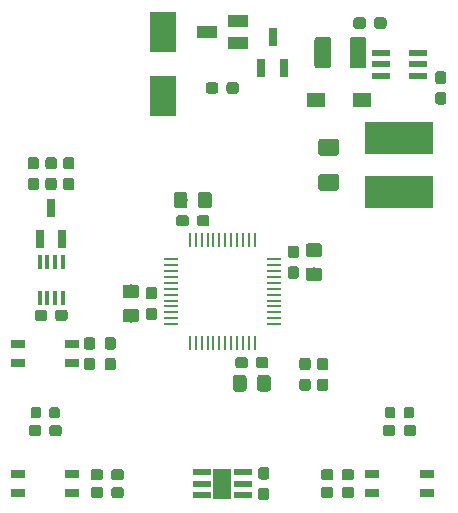
<source format=gbr>
%TF.GenerationSoftware,KiCad,Pcbnew,5.0.1-33cea8e~67~ubuntu18.04.1*%
%TF.CreationDate,2019-01-09T21:02:38+01:00*%
%TF.ProjectId,hvac-sensor-module,687661632D73656E736F722D6D6F6475,1.0*%
%TF.SameCoordinates,Original*%
%TF.FileFunction,Paste,Top*%
%TF.FilePolarity,Positive*%
%FSLAX46Y46*%
G04 Gerber Fmt 4.6, Leading zero omitted, Abs format (unit mm)*
G04 Created by KiCad (PCBNEW 5.0.1-33cea8e~67~ubuntu18.04.1) date Mi 09 Jan 2019 21:02:38 CET*
%MOMM*%
%LPD*%
G01*
G04 APERTURE LIST*
%ADD10R,5.800000X2.800000*%
%ADD11R,1.200000X0.800000*%
%ADD12C,0.100000*%
%ADD13C,0.950000*%
%ADD14R,1.600000X2.500000*%
%ADD15R,1.500000X0.500000*%
%ADD16R,1.500000X0.600000*%
%ADD17R,0.450000X1.300000*%
%ADD18R,0.800000X1.500000*%
%ADD19C,0.875000*%
%ADD20R,1.500000X1.200000*%
%ADD21R,1.300000X0.250000*%
%ADD22R,0.250000X1.300000*%
%ADD23C,1.425000*%
%ADD24C,1.150000*%
%ADD25R,2.300000X3.500000*%
%ADD26R,1.800000X1.000000*%
G04 APERTURE END LIST*
D10*
X160000000Y-96300000D03*
X160000000Y-91700000D03*
D11*
X132300000Y-109200000D03*
X127700000Y-110800000D03*
X132300000Y-110800000D03*
X127700000Y-109200000D03*
D12*
G36*
X146185779Y-87026144D02*
X146208834Y-87029563D01*
X146231443Y-87035227D01*
X146253387Y-87043079D01*
X146274457Y-87053044D01*
X146294448Y-87065026D01*
X146313168Y-87078910D01*
X146330438Y-87094562D01*
X146346090Y-87111832D01*
X146359974Y-87130552D01*
X146371956Y-87150543D01*
X146381921Y-87171613D01*
X146389773Y-87193557D01*
X146395437Y-87216166D01*
X146398856Y-87239221D01*
X146400000Y-87262500D01*
X146400000Y-87737500D01*
X146398856Y-87760779D01*
X146395437Y-87783834D01*
X146389773Y-87806443D01*
X146381921Y-87828387D01*
X146371956Y-87849457D01*
X146359974Y-87869448D01*
X146346090Y-87888168D01*
X146330438Y-87905438D01*
X146313168Y-87921090D01*
X146294448Y-87934974D01*
X146274457Y-87946956D01*
X146253387Y-87956921D01*
X146231443Y-87964773D01*
X146208834Y-87970437D01*
X146185779Y-87973856D01*
X146162500Y-87975000D01*
X145587500Y-87975000D01*
X145564221Y-87973856D01*
X145541166Y-87970437D01*
X145518557Y-87964773D01*
X145496613Y-87956921D01*
X145475543Y-87946956D01*
X145455552Y-87934974D01*
X145436832Y-87921090D01*
X145419562Y-87905438D01*
X145403910Y-87888168D01*
X145390026Y-87869448D01*
X145378044Y-87849457D01*
X145368079Y-87828387D01*
X145360227Y-87806443D01*
X145354563Y-87783834D01*
X145351144Y-87760779D01*
X145350000Y-87737500D01*
X145350000Y-87262500D01*
X145351144Y-87239221D01*
X145354563Y-87216166D01*
X145360227Y-87193557D01*
X145368079Y-87171613D01*
X145378044Y-87150543D01*
X145390026Y-87130552D01*
X145403910Y-87111832D01*
X145419562Y-87094562D01*
X145436832Y-87078910D01*
X145455552Y-87065026D01*
X145475543Y-87053044D01*
X145496613Y-87043079D01*
X145518557Y-87035227D01*
X145541166Y-87029563D01*
X145564221Y-87026144D01*
X145587500Y-87025000D01*
X146162500Y-87025000D01*
X146185779Y-87026144D01*
X146185779Y-87026144D01*
G37*
D13*
X145875000Y-87500000D03*
D12*
G36*
X144435779Y-87026144D02*
X144458834Y-87029563D01*
X144481443Y-87035227D01*
X144503387Y-87043079D01*
X144524457Y-87053044D01*
X144544448Y-87065026D01*
X144563168Y-87078910D01*
X144580438Y-87094562D01*
X144596090Y-87111832D01*
X144609974Y-87130552D01*
X144621956Y-87150543D01*
X144631921Y-87171613D01*
X144639773Y-87193557D01*
X144645437Y-87216166D01*
X144648856Y-87239221D01*
X144650000Y-87262500D01*
X144650000Y-87737500D01*
X144648856Y-87760779D01*
X144645437Y-87783834D01*
X144639773Y-87806443D01*
X144631921Y-87828387D01*
X144621956Y-87849457D01*
X144609974Y-87869448D01*
X144596090Y-87888168D01*
X144580438Y-87905438D01*
X144563168Y-87921090D01*
X144544448Y-87934974D01*
X144524457Y-87946956D01*
X144503387Y-87956921D01*
X144481443Y-87964773D01*
X144458834Y-87970437D01*
X144435779Y-87973856D01*
X144412500Y-87975000D01*
X143837500Y-87975000D01*
X143814221Y-87973856D01*
X143791166Y-87970437D01*
X143768557Y-87964773D01*
X143746613Y-87956921D01*
X143725543Y-87946956D01*
X143705552Y-87934974D01*
X143686832Y-87921090D01*
X143669562Y-87905438D01*
X143653910Y-87888168D01*
X143640026Y-87869448D01*
X143628044Y-87849457D01*
X143618079Y-87828387D01*
X143610227Y-87806443D01*
X143604563Y-87783834D01*
X143601144Y-87760779D01*
X143600000Y-87737500D01*
X143600000Y-87262500D01*
X143601144Y-87239221D01*
X143604563Y-87216166D01*
X143610227Y-87193557D01*
X143618079Y-87171613D01*
X143628044Y-87150543D01*
X143640026Y-87130552D01*
X143653910Y-87111832D01*
X143669562Y-87094562D01*
X143686832Y-87078910D01*
X143705552Y-87065026D01*
X143725543Y-87053044D01*
X143746613Y-87043079D01*
X143768557Y-87035227D01*
X143791166Y-87029563D01*
X143814221Y-87026144D01*
X143837500Y-87025000D01*
X144412500Y-87025000D01*
X144435779Y-87026144D01*
X144435779Y-87026144D01*
G37*
D13*
X144125000Y-87500000D03*
D14*
X145000000Y-121000000D03*
D15*
X146750000Y-122000000D03*
X146750000Y-121000000D03*
X146750000Y-120000000D03*
X143250000Y-122000000D03*
X143250000Y-121000000D03*
X143250000Y-120000000D03*
D11*
X127700000Y-121800000D03*
X132300000Y-120200000D03*
X127700000Y-120200000D03*
X132300000Y-121800000D03*
X157700000Y-121800000D03*
X162300000Y-120200000D03*
X157700000Y-120200000D03*
X162300000Y-121800000D03*
D16*
X161550000Y-86450000D03*
X161550000Y-85500000D03*
X161550000Y-84550000D03*
X158450000Y-86450000D03*
X158450000Y-85500000D03*
X158450000Y-84550000D03*
D17*
X129525000Y-102250000D03*
X129525000Y-105250000D03*
X130175000Y-102250000D03*
X130175000Y-105250000D03*
X130825000Y-102250000D03*
X130825000Y-105250000D03*
X131475000Y-102250000D03*
X131475000Y-105250000D03*
D18*
X130500000Y-97700000D03*
X131450000Y-100300000D03*
X129550000Y-100300000D03*
D12*
G36*
X159452691Y-114526053D02*
X159473926Y-114529203D01*
X159494750Y-114534419D01*
X159514962Y-114541651D01*
X159534368Y-114550830D01*
X159552781Y-114561866D01*
X159570024Y-114574654D01*
X159585930Y-114589070D01*
X159600346Y-114604976D01*
X159613134Y-114622219D01*
X159624170Y-114640632D01*
X159633349Y-114660038D01*
X159640581Y-114680250D01*
X159645797Y-114701074D01*
X159648947Y-114722309D01*
X159650000Y-114743750D01*
X159650000Y-115256250D01*
X159648947Y-115277691D01*
X159645797Y-115298926D01*
X159640581Y-115319750D01*
X159633349Y-115339962D01*
X159624170Y-115359368D01*
X159613134Y-115377781D01*
X159600346Y-115395024D01*
X159585930Y-115410930D01*
X159570024Y-115425346D01*
X159552781Y-115438134D01*
X159534368Y-115449170D01*
X159514962Y-115458349D01*
X159494750Y-115465581D01*
X159473926Y-115470797D01*
X159452691Y-115473947D01*
X159431250Y-115475000D01*
X158993750Y-115475000D01*
X158972309Y-115473947D01*
X158951074Y-115470797D01*
X158930250Y-115465581D01*
X158910038Y-115458349D01*
X158890632Y-115449170D01*
X158872219Y-115438134D01*
X158854976Y-115425346D01*
X158839070Y-115410930D01*
X158824654Y-115395024D01*
X158811866Y-115377781D01*
X158800830Y-115359368D01*
X158791651Y-115339962D01*
X158784419Y-115319750D01*
X158779203Y-115298926D01*
X158776053Y-115277691D01*
X158775000Y-115256250D01*
X158775000Y-114743750D01*
X158776053Y-114722309D01*
X158779203Y-114701074D01*
X158784419Y-114680250D01*
X158791651Y-114660038D01*
X158800830Y-114640632D01*
X158811866Y-114622219D01*
X158824654Y-114604976D01*
X158839070Y-114589070D01*
X158854976Y-114574654D01*
X158872219Y-114561866D01*
X158890632Y-114550830D01*
X158910038Y-114541651D01*
X158930250Y-114534419D01*
X158951074Y-114529203D01*
X158972309Y-114526053D01*
X158993750Y-114525000D01*
X159431250Y-114525000D01*
X159452691Y-114526053D01*
X159452691Y-114526053D01*
G37*
D19*
X159212500Y-115000000D03*
D12*
G36*
X161027691Y-114526053D02*
X161048926Y-114529203D01*
X161069750Y-114534419D01*
X161089962Y-114541651D01*
X161109368Y-114550830D01*
X161127781Y-114561866D01*
X161145024Y-114574654D01*
X161160930Y-114589070D01*
X161175346Y-114604976D01*
X161188134Y-114622219D01*
X161199170Y-114640632D01*
X161208349Y-114660038D01*
X161215581Y-114680250D01*
X161220797Y-114701074D01*
X161223947Y-114722309D01*
X161225000Y-114743750D01*
X161225000Y-115256250D01*
X161223947Y-115277691D01*
X161220797Y-115298926D01*
X161215581Y-115319750D01*
X161208349Y-115339962D01*
X161199170Y-115359368D01*
X161188134Y-115377781D01*
X161175346Y-115395024D01*
X161160930Y-115410930D01*
X161145024Y-115425346D01*
X161127781Y-115438134D01*
X161109368Y-115449170D01*
X161089962Y-115458349D01*
X161069750Y-115465581D01*
X161048926Y-115470797D01*
X161027691Y-115473947D01*
X161006250Y-115475000D01*
X160568750Y-115475000D01*
X160547309Y-115473947D01*
X160526074Y-115470797D01*
X160505250Y-115465581D01*
X160485038Y-115458349D01*
X160465632Y-115449170D01*
X160447219Y-115438134D01*
X160429976Y-115425346D01*
X160414070Y-115410930D01*
X160399654Y-115395024D01*
X160386866Y-115377781D01*
X160375830Y-115359368D01*
X160366651Y-115339962D01*
X160359419Y-115319750D01*
X160354203Y-115298926D01*
X160351053Y-115277691D01*
X160350000Y-115256250D01*
X160350000Y-114743750D01*
X160351053Y-114722309D01*
X160354203Y-114701074D01*
X160359419Y-114680250D01*
X160366651Y-114660038D01*
X160375830Y-114640632D01*
X160386866Y-114622219D01*
X160399654Y-114604976D01*
X160414070Y-114589070D01*
X160429976Y-114574654D01*
X160447219Y-114561866D01*
X160465632Y-114550830D01*
X160485038Y-114541651D01*
X160505250Y-114534419D01*
X160526074Y-114529203D01*
X160547309Y-114526053D01*
X160568750Y-114525000D01*
X161006250Y-114525000D01*
X161027691Y-114526053D01*
X161027691Y-114526053D01*
G37*
D19*
X160787500Y-115000000D03*
D12*
G36*
X129452691Y-114526053D02*
X129473926Y-114529203D01*
X129494750Y-114534419D01*
X129514962Y-114541651D01*
X129534368Y-114550830D01*
X129552781Y-114561866D01*
X129570024Y-114574654D01*
X129585930Y-114589070D01*
X129600346Y-114604976D01*
X129613134Y-114622219D01*
X129624170Y-114640632D01*
X129633349Y-114660038D01*
X129640581Y-114680250D01*
X129645797Y-114701074D01*
X129648947Y-114722309D01*
X129650000Y-114743750D01*
X129650000Y-115256250D01*
X129648947Y-115277691D01*
X129645797Y-115298926D01*
X129640581Y-115319750D01*
X129633349Y-115339962D01*
X129624170Y-115359368D01*
X129613134Y-115377781D01*
X129600346Y-115395024D01*
X129585930Y-115410930D01*
X129570024Y-115425346D01*
X129552781Y-115438134D01*
X129534368Y-115449170D01*
X129514962Y-115458349D01*
X129494750Y-115465581D01*
X129473926Y-115470797D01*
X129452691Y-115473947D01*
X129431250Y-115475000D01*
X128993750Y-115475000D01*
X128972309Y-115473947D01*
X128951074Y-115470797D01*
X128930250Y-115465581D01*
X128910038Y-115458349D01*
X128890632Y-115449170D01*
X128872219Y-115438134D01*
X128854976Y-115425346D01*
X128839070Y-115410930D01*
X128824654Y-115395024D01*
X128811866Y-115377781D01*
X128800830Y-115359368D01*
X128791651Y-115339962D01*
X128784419Y-115319750D01*
X128779203Y-115298926D01*
X128776053Y-115277691D01*
X128775000Y-115256250D01*
X128775000Y-114743750D01*
X128776053Y-114722309D01*
X128779203Y-114701074D01*
X128784419Y-114680250D01*
X128791651Y-114660038D01*
X128800830Y-114640632D01*
X128811866Y-114622219D01*
X128824654Y-114604976D01*
X128839070Y-114589070D01*
X128854976Y-114574654D01*
X128872219Y-114561866D01*
X128890632Y-114550830D01*
X128910038Y-114541651D01*
X128930250Y-114534419D01*
X128951074Y-114529203D01*
X128972309Y-114526053D01*
X128993750Y-114525000D01*
X129431250Y-114525000D01*
X129452691Y-114526053D01*
X129452691Y-114526053D01*
G37*
D19*
X129212500Y-115000000D03*
D12*
G36*
X131027691Y-114526053D02*
X131048926Y-114529203D01*
X131069750Y-114534419D01*
X131089962Y-114541651D01*
X131109368Y-114550830D01*
X131127781Y-114561866D01*
X131145024Y-114574654D01*
X131160930Y-114589070D01*
X131175346Y-114604976D01*
X131188134Y-114622219D01*
X131199170Y-114640632D01*
X131208349Y-114660038D01*
X131215581Y-114680250D01*
X131220797Y-114701074D01*
X131223947Y-114722309D01*
X131225000Y-114743750D01*
X131225000Y-115256250D01*
X131223947Y-115277691D01*
X131220797Y-115298926D01*
X131215581Y-115319750D01*
X131208349Y-115339962D01*
X131199170Y-115359368D01*
X131188134Y-115377781D01*
X131175346Y-115395024D01*
X131160930Y-115410930D01*
X131145024Y-115425346D01*
X131127781Y-115438134D01*
X131109368Y-115449170D01*
X131089962Y-115458349D01*
X131069750Y-115465581D01*
X131048926Y-115470797D01*
X131027691Y-115473947D01*
X131006250Y-115475000D01*
X130568750Y-115475000D01*
X130547309Y-115473947D01*
X130526074Y-115470797D01*
X130505250Y-115465581D01*
X130485038Y-115458349D01*
X130465632Y-115449170D01*
X130447219Y-115438134D01*
X130429976Y-115425346D01*
X130414070Y-115410930D01*
X130399654Y-115395024D01*
X130386866Y-115377781D01*
X130375830Y-115359368D01*
X130366651Y-115339962D01*
X130359419Y-115319750D01*
X130354203Y-115298926D01*
X130351053Y-115277691D01*
X130350000Y-115256250D01*
X130350000Y-114743750D01*
X130351053Y-114722309D01*
X130354203Y-114701074D01*
X130359419Y-114680250D01*
X130366651Y-114660038D01*
X130375830Y-114640632D01*
X130386866Y-114622219D01*
X130399654Y-114604976D01*
X130414070Y-114589070D01*
X130429976Y-114574654D01*
X130447219Y-114561866D01*
X130465632Y-114550830D01*
X130485038Y-114541651D01*
X130505250Y-114534419D01*
X130526074Y-114529203D01*
X130547309Y-114526053D01*
X130568750Y-114525000D01*
X131006250Y-114525000D01*
X131027691Y-114526053D01*
X131027691Y-114526053D01*
G37*
D19*
X130787500Y-115000000D03*
D12*
G36*
X136435779Y-119776144D02*
X136458834Y-119779563D01*
X136481443Y-119785227D01*
X136503387Y-119793079D01*
X136524457Y-119803044D01*
X136544448Y-119815026D01*
X136563168Y-119828910D01*
X136580438Y-119844562D01*
X136596090Y-119861832D01*
X136609974Y-119880552D01*
X136621956Y-119900543D01*
X136631921Y-119921613D01*
X136639773Y-119943557D01*
X136645437Y-119966166D01*
X136648856Y-119989221D01*
X136650000Y-120012500D01*
X136650000Y-120487500D01*
X136648856Y-120510779D01*
X136645437Y-120533834D01*
X136639773Y-120556443D01*
X136631921Y-120578387D01*
X136621956Y-120599457D01*
X136609974Y-120619448D01*
X136596090Y-120638168D01*
X136580438Y-120655438D01*
X136563168Y-120671090D01*
X136544448Y-120684974D01*
X136524457Y-120696956D01*
X136503387Y-120706921D01*
X136481443Y-120714773D01*
X136458834Y-120720437D01*
X136435779Y-120723856D01*
X136412500Y-120725000D01*
X135837500Y-120725000D01*
X135814221Y-120723856D01*
X135791166Y-120720437D01*
X135768557Y-120714773D01*
X135746613Y-120706921D01*
X135725543Y-120696956D01*
X135705552Y-120684974D01*
X135686832Y-120671090D01*
X135669562Y-120655438D01*
X135653910Y-120638168D01*
X135640026Y-120619448D01*
X135628044Y-120599457D01*
X135618079Y-120578387D01*
X135610227Y-120556443D01*
X135604563Y-120533834D01*
X135601144Y-120510779D01*
X135600000Y-120487500D01*
X135600000Y-120012500D01*
X135601144Y-119989221D01*
X135604563Y-119966166D01*
X135610227Y-119943557D01*
X135618079Y-119921613D01*
X135628044Y-119900543D01*
X135640026Y-119880552D01*
X135653910Y-119861832D01*
X135669562Y-119844562D01*
X135686832Y-119828910D01*
X135705552Y-119815026D01*
X135725543Y-119803044D01*
X135746613Y-119793079D01*
X135768557Y-119785227D01*
X135791166Y-119779563D01*
X135814221Y-119776144D01*
X135837500Y-119775000D01*
X136412500Y-119775000D01*
X136435779Y-119776144D01*
X136435779Y-119776144D01*
G37*
D13*
X136125000Y-120250000D03*
D12*
G36*
X134685779Y-119776144D02*
X134708834Y-119779563D01*
X134731443Y-119785227D01*
X134753387Y-119793079D01*
X134774457Y-119803044D01*
X134794448Y-119815026D01*
X134813168Y-119828910D01*
X134830438Y-119844562D01*
X134846090Y-119861832D01*
X134859974Y-119880552D01*
X134871956Y-119900543D01*
X134881921Y-119921613D01*
X134889773Y-119943557D01*
X134895437Y-119966166D01*
X134898856Y-119989221D01*
X134900000Y-120012500D01*
X134900000Y-120487500D01*
X134898856Y-120510779D01*
X134895437Y-120533834D01*
X134889773Y-120556443D01*
X134881921Y-120578387D01*
X134871956Y-120599457D01*
X134859974Y-120619448D01*
X134846090Y-120638168D01*
X134830438Y-120655438D01*
X134813168Y-120671090D01*
X134794448Y-120684974D01*
X134774457Y-120696956D01*
X134753387Y-120706921D01*
X134731443Y-120714773D01*
X134708834Y-120720437D01*
X134685779Y-120723856D01*
X134662500Y-120725000D01*
X134087500Y-120725000D01*
X134064221Y-120723856D01*
X134041166Y-120720437D01*
X134018557Y-120714773D01*
X133996613Y-120706921D01*
X133975543Y-120696956D01*
X133955552Y-120684974D01*
X133936832Y-120671090D01*
X133919562Y-120655438D01*
X133903910Y-120638168D01*
X133890026Y-120619448D01*
X133878044Y-120599457D01*
X133868079Y-120578387D01*
X133860227Y-120556443D01*
X133854563Y-120533834D01*
X133851144Y-120510779D01*
X133850000Y-120487500D01*
X133850000Y-120012500D01*
X133851144Y-119989221D01*
X133854563Y-119966166D01*
X133860227Y-119943557D01*
X133868079Y-119921613D01*
X133878044Y-119900543D01*
X133890026Y-119880552D01*
X133903910Y-119861832D01*
X133919562Y-119844562D01*
X133936832Y-119828910D01*
X133955552Y-119815026D01*
X133975543Y-119803044D01*
X133996613Y-119793079D01*
X134018557Y-119785227D01*
X134041166Y-119779563D01*
X134064221Y-119776144D01*
X134087500Y-119775000D01*
X134662500Y-119775000D01*
X134685779Y-119776144D01*
X134685779Y-119776144D01*
G37*
D13*
X134375000Y-120250000D03*
D12*
G36*
X132260779Y-95101144D02*
X132283834Y-95104563D01*
X132306443Y-95110227D01*
X132328387Y-95118079D01*
X132349457Y-95128044D01*
X132369448Y-95140026D01*
X132388168Y-95153910D01*
X132405438Y-95169562D01*
X132421090Y-95186832D01*
X132434974Y-95205552D01*
X132446956Y-95225543D01*
X132456921Y-95246613D01*
X132464773Y-95268557D01*
X132470437Y-95291166D01*
X132473856Y-95314221D01*
X132475000Y-95337500D01*
X132475000Y-95912500D01*
X132473856Y-95935779D01*
X132470437Y-95958834D01*
X132464773Y-95981443D01*
X132456921Y-96003387D01*
X132446956Y-96024457D01*
X132434974Y-96044448D01*
X132421090Y-96063168D01*
X132405438Y-96080438D01*
X132388168Y-96096090D01*
X132369448Y-96109974D01*
X132349457Y-96121956D01*
X132328387Y-96131921D01*
X132306443Y-96139773D01*
X132283834Y-96145437D01*
X132260779Y-96148856D01*
X132237500Y-96150000D01*
X131762500Y-96150000D01*
X131739221Y-96148856D01*
X131716166Y-96145437D01*
X131693557Y-96139773D01*
X131671613Y-96131921D01*
X131650543Y-96121956D01*
X131630552Y-96109974D01*
X131611832Y-96096090D01*
X131594562Y-96080438D01*
X131578910Y-96063168D01*
X131565026Y-96044448D01*
X131553044Y-96024457D01*
X131543079Y-96003387D01*
X131535227Y-95981443D01*
X131529563Y-95958834D01*
X131526144Y-95935779D01*
X131525000Y-95912500D01*
X131525000Y-95337500D01*
X131526144Y-95314221D01*
X131529563Y-95291166D01*
X131535227Y-95268557D01*
X131543079Y-95246613D01*
X131553044Y-95225543D01*
X131565026Y-95205552D01*
X131578910Y-95186832D01*
X131594562Y-95169562D01*
X131611832Y-95153910D01*
X131630552Y-95140026D01*
X131650543Y-95128044D01*
X131671613Y-95118079D01*
X131693557Y-95110227D01*
X131716166Y-95104563D01*
X131739221Y-95101144D01*
X131762500Y-95100000D01*
X132237500Y-95100000D01*
X132260779Y-95101144D01*
X132260779Y-95101144D01*
G37*
D13*
X132000000Y-95625000D03*
D12*
G36*
X132260779Y-93351144D02*
X132283834Y-93354563D01*
X132306443Y-93360227D01*
X132328387Y-93368079D01*
X132349457Y-93378044D01*
X132369448Y-93390026D01*
X132388168Y-93403910D01*
X132405438Y-93419562D01*
X132421090Y-93436832D01*
X132434974Y-93455552D01*
X132446956Y-93475543D01*
X132456921Y-93496613D01*
X132464773Y-93518557D01*
X132470437Y-93541166D01*
X132473856Y-93564221D01*
X132475000Y-93587500D01*
X132475000Y-94162500D01*
X132473856Y-94185779D01*
X132470437Y-94208834D01*
X132464773Y-94231443D01*
X132456921Y-94253387D01*
X132446956Y-94274457D01*
X132434974Y-94294448D01*
X132421090Y-94313168D01*
X132405438Y-94330438D01*
X132388168Y-94346090D01*
X132369448Y-94359974D01*
X132349457Y-94371956D01*
X132328387Y-94381921D01*
X132306443Y-94389773D01*
X132283834Y-94395437D01*
X132260779Y-94398856D01*
X132237500Y-94400000D01*
X131762500Y-94400000D01*
X131739221Y-94398856D01*
X131716166Y-94395437D01*
X131693557Y-94389773D01*
X131671613Y-94381921D01*
X131650543Y-94371956D01*
X131630552Y-94359974D01*
X131611832Y-94346090D01*
X131594562Y-94330438D01*
X131578910Y-94313168D01*
X131565026Y-94294448D01*
X131553044Y-94274457D01*
X131543079Y-94253387D01*
X131535227Y-94231443D01*
X131529563Y-94208834D01*
X131526144Y-94185779D01*
X131525000Y-94162500D01*
X131525000Y-93587500D01*
X131526144Y-93564221D01*
X131529563Y-93541166D01*
X131535227Y-93518557D01*
X131543079Y-93496613D01*
X131553044Y-93475543D01*
X131565026Y-93455552D01*
X131578910Y-93436832D01*
X131594562Y-93419562D01*
X131611832Y-93403910D01*
X131630552Y-93390026D01*
X131650543Y-93378044D01*
X131671613Y-93368079D01*
X131693557Y-93360227D01*
X131716166Y-93354563D01*
X131739221Y-93351144D01*
X131762500Y-93350000D01*
X132237500Y-93350000D01*
X132260779Y-93351144D01*
X132260779Y-93351144D01*
G37*
D13*
X132000000Y-93875000D03*
D12*
G36*
X129260779Y-95101144D02*
X129283834Y-95104563D01*
X129306443Y-95110227D01*
X129328387Y-95118079D01*
X129349457Y-95128044D01*
X129369448Y-95140026D01*
X129388168Y-95153910D01*
X129405438Y-95169562D01*
X129421090Y-95186832D01*
X129434974Y-95205552D01*
X129446956Y-95225543D01*
X129456921Y-95246613D01*
X129464773Y-95268557D01*
X129470437Y-95291166D01*
X129473856Y-95314221D01*
X129475000Y-95337500D01*
X129475000Y-95912500D01*
X129473856Y-95935779D01*
X129470437Y-95958834D01*
X129464773Y-95981443D01*
X129456921Y-96003387D01*
X129446956Y-96024457D01*
X129434974Y-96044448D01*
X129421090Y-96063168D01*
X129405438Y-96080438D01*
X129388168Y-96096090D01*
X129369448Y-96109974D01*
X129349457Y-96121956D01*
X129328387Y-96131921D01*
X129306443Y-96139773D01*
X129283834Y-96145437D01*
X129260779Y-96148856D01*
X129237500Y-96150000D01*
X128762500Y-96150000D01*
X128739221Y-96148856D01*
X128716166Y-96145437D01*
X128693557Y-96139773D01*
X128671613Y-96131921D01*
X128650543Y-96121956D01*
X128630552Y-96109974D01*
X128611832Y-96096090D01*
X128594562Y-96080438D01*
X128578910Y-96063168D01*
X128565026Y-96044448D01*
X128553044Y-96024457D01*
X128543079Y-96003387D01*
X128535227Y-95981443D01*
X128529563Y-95958834D01*
X128526144Y-95935779D01*
X128525000Y-95912500D01*
X128525000Y-95337500D01*
X128526144Y-95314221D01*
X128529563Y-95291166D01*
X128535227Y-95268557D01*
X128543079Y-95246613D01*
X128553044Y-95225543D01*
X128565026Y-95205552D01*
X128578910Y-95186832D01*
X128594562Y-95169562D01*
X128611832Y-95153910D01*
X128630552Y-95140026D01*
X128650543Y-95128044D01*
X128671613Y-95118079D01*
X128693557Y-95110227D01*
X128716166Y-95104563D01*
X128739221Y-95101144D01*
X128762500Y-95100000D01*
X129237500Y-95100000D01*
X129260779Y-95101144D01*
X129260779Y-95101144D01*
G37*
D13*
X129000000Y-95625000D03*
D12*
G36*
X129260779Y-93351144D02*
X129283834Y-93354563D01*
X129306443Y-93360227D01*
X129328387Y-93368079D01*
X129349457Y-93378044D01*
X129369448Y-93390026D01*
X129388168Y-93403910D01*
X129405438Y-93419562D01*
X129421090Y-93436832D01*
X129434974Y-93455552D01*
X129446956Y-93475543D01*
X129456921Y-93496613D01*
X129464773Y-93518557D01*
X129470437Y-93541166D01*
X129473856Y-93564221D01*
X129475000Y-93587500D01*
X129475000Y-94162500D01*
X129473856Y-94185779D01*
X129470437Y-94208834D01*
X129464773Y-94231443D01*
X129456921Y-94253387D01*
X129446956Y-94274457D01*
X129434974Y-94294448D01*
X129421090Y-94313168D01*
X129405438Y-94330438D01*
X129388168Y-94346090D01*
X129369448Y-94359974D01*
X129349457Y-94371956D01*
X129328387Y-94381921D01*
X129306443Y-94389773D01*
X129283834Y-94395437D01*
X129260779Y-94398856D01*
X129237500Y-94400000D01*
X128762500Y-94400000D01*
X128739221Y-94398856D01*
X128716166Y-94395437D01*
X128693557Y-94389773D01*
X128671613Y-94381921D01*
X128650543Y-94371956D01*
X128630552Y-94359974D01*
X128611832Y-94346090D01*
X128594562Y-94330438D01*
X128578910Y-94313168D01*
X128565026Y-94294448D01*
X128553044Y-94274457D01*
X128543079Y-94253387D01*
X128535227Y-94231443D01*
X128529563Y-94208834D01*
X128526144Y-94185779D01*
X128525000Y-94162500D01*
X128525000Y-93587500D01*
X128526144Y-93564221D01*
X128529563Y-93541166D01*
X128535227Y-93518557D01*
X128543079Y-93496613D01*
X128553044Y-93475543D01*
X128565026Y-93455552D01*
X128578910Y-93436832D01*
X128594562Y-93419562D01*
X128611832Y-93403910D01*
X128630552Y-93390026D01*
X128650543Y-93378044D01*
X128671613Y-93368079D01*
X128693557Y-93360227D01*
X128716166Y-93354563D01*
X128739221Y-93351144D01*
X128762500Y-93350000D01*
X129237500Y-93350000D01*
X129260779Y-93351144D01*
X129260779Y-93351144D01*
G37*
D13*
X129000000Y-93875000D03*
D12*
G36*
X129435779Y-116026144D02*
X129458834Y-116029563D01*
X129481443Y-116035227D01*
X129503387Y-116043079D01*
X129524457Y-116053044D01*
X129544448Y-116065026D01*
X129563168Y-116078910D01*
X129580438Y-116094562D01*
X129596090Y-116111832D01*
X129609974Y-116130552D01*
X129621956Y-116150543D01*
X129631921Y-116171613D01*
X129639773Y-116193557D01*
X129645437Y-116216166D01*
X129648856Y-116239221D01*
X129650000Y-116262500D01*
X129650000Y-116737500D01*
X129648856Y-116760779D01*
X129645437Y-116783834D01*
X129639773Y-116806443D01*
X129631921Y-116828387D01*
X129621956Y-116849457D01*
X129609974Y-116869448D01*
X129596090Y-116888168D01*
X129580438Y-116905438D01*
X129563168Y-116921090D01*
X129544448Y-116934974D01*
X129524457Y-116946956D01*
X129503387Y-116956921D01*
X129481443Y-116964773D01*
X129458834Y-116970437D01*
X129435779Y-116973856D01*
X129412500Y-116975000D01*
X128837500Y-116975000D01*
X128814221Y-116973856D01*
X128791166Y-116970437D01*
X128768557Y-116964773D01*
X128746613Y-116956921D01*
X128725543Y-116946956D01*
X128705552Y-116934974D01*
X128686832Y-116921090D01*
X128669562Y-116905438D01*
X128653910Y-116888168D01*
X128640026Y-116869448D01*
X128628044Y-116849457D01*
X128618079Y-116828387D01*
X128610227Y-116806443D01*
X128604563Y-116783834D01*
X128601144Y-116760779D01*
X128600000Y-116737500D01*
X128600000Y-116262500D01*
X128601144Y-116239221D01*
X128604563Y-116216166D01*
X128610227Y-116193557D01*
X128618079Y-116171613D01*
X128628044Y-116150543D01*
X128640026Y-116130552D01*
X128653910Y-116111832D01*
X128669562Y-116094562D01*
X128686832Y-116078910D01*
X128705552Y-116065026D01*
X128725543Y-116053044D01*
X128746613Y-116043079D01*
X128768557Y-116035227D01*
X128791166Y-116029563D01*
X128814221Y-116026144D01*
X128837500Y-116025000D01*
X129412500Y-116025000D01*
X129435779Y-116026144D01*
X129435779Y-116026144D01*
G37*
D13*
X129125000Y-116500000D03*
D12*
G36*
X131185779Y-116026144D02*
X131208834Y-116029563D01*
X131231443Y-116035227D01*
X131253387Y-116043079D01*
X131274457Y-116053044D01*
X131294448Y-116065026D01*
X131313168Y-116078910D01*
X131330438Y-116094562D01*
X131346090Y-116111832D01*
X131359974Y-116130552D01*
X131371956Y-116150543D01*
X131381921Y-116171613D01*
X131389773Y-116193557D01*
X131395437Y-116216166D01*
X131398856Y-116239221D01*
X131400000Y-116262500D01*
X131400000Y-116737500D01*
X131398856Y-116760779D01*
X131395437Y-116783834D01*
X131389773Y-116806443D01*
X131381921Y-116828387D01*
X131371956Y-116849457D01*
X131359974Y-116869448D01*
X131346090Y-116888168D01*
X131330438Y-116905438D01*
X131313168Y-116921090D01*
X131294448Y-116934974D01*
X131274457Y-116946956D01*
X131253387Y-116956921D01*
X131231443Y-116964773D01*
X131208834Y-116970437D01*
X131185779Y-116973856D01*
X131162500Y-116975000D01*
X130587500Y-116975000D01*
X130564221Y-116973856D01*
X130541166Y-116970437D01*
X130518557Y-116964773D01*
X130496613Y-116956921D01*
X130475543Y-116946956D01*
X130455552Y-116934974D01*
X130436832Y-116921090D01*
X130419562Y-116905438D01*
X130403910Y-116888168D01*
X130390026Y-116869448D01*
X130378044Y-116849457D01*
X130368079Y-116828387D01*
X130360227Y-116806443D01*
X130354563Y-116783834D01*
X130351144Y-116760779D01*
X130350000Y-116737500D01*
X130350000Y-116262500D01*
X130351144Y-116239221D01*
X130354563Y-116216166D01*
X130360227Y-116193557D01*
X130368079Y-116171613D01*
X130378044Y-116150543D01*
X130390026Y-116130552D01*
X130403910Y-116111832D01*
X130419562Y-116094562D01*
X130436832Y-116078910D01*
X130455552Y-116065026D01*
X130475543Y-116053044D01*
X130496613Y-116043079D01*
X130518557Y-116035227D01*
X130541166Y-116029563D01*
X130564221Y-116026144D01*
X130587500Y-116025000D01*
X131162500Y-116025000D01*
X131185779Y-116026144D01*
X131185779Y-116026144D01*
G37*
D13*
X130875000Y-116500000D03*
D12*
G36*
X159435779Y-116026144D02*
X159458834Y-116029563D01*
X159481443Y-116035227D01*
X159503387Y-116043079D01*
X159524457Y-116053044D01*
X159544448Y-116065026D01*
X159563168Y-116078910D01*
X159580438Y-116094562D01*
X159596090Y-116111832D01*
X159609974Y-116130552D01*
X159621956Y-116150543D01*
X159631921Y-116171613D01*
X159639773Y-116193557D01*
X159645437Y-116216166D01*
X159648856Y-116239221D01*
X159650000Y-116262500D01*
X159650000Y-116737500D01*
X159648856Y-116760779D01*
X159645437Y-116783834D01*
X159639773Y-116806443D01*
X159631921Y-116828387D01*
X159621956Y-116849457D01*
X159609974Y-116869448D01*
X159596090Y-116888168D01*
X159580438Y-116905438D01*
X159563168Y-116921090D01*
X159544448Y-116934974D01*
X159524457Y-116946956D01*
X159503387Y-116956921D01*
X159481443Y-116964773D01*
X159458834Y-116970437D01*
X159435779Y-116973856D01*
X159412500Y-116975000D01*
X158837500Y-116975000D01*
X158814221Y-116973856D01*
X158791166Y-116970437D01*
X158768557Y-116964773D01*
X158746613Y-116956921D01*
X158725543Y-116946956D01*
X158705552Y-116934974D01*
X158686832Y-116921090D01*
X158669562Y-116905438D01*
X158653910Y-116888168D01*
X158640026Y-116869448D01*
X158628044Y-116849457D01*
X158618079Y-116828387D01*
X158610227Y-116806443D01*
X158604563Y-116783834D01*
X158601144Y-116760779D01*
X158600000Y-116737500D01*
X158600000Y-116262500D01*
X158601144Y-116239221D01*
X158604563Y-116216166D01*
X158610227Y-116193557D01*
X158618079Y-116171613D01*
X158628044Y-116150543D01*
X158640026Y-116130552D01*
X158653910Y-116111832D01*
X158669562Y-116094562D01*
X158686832Y-116078910D01*
X158705552Y-116065026D01*
X158725543Y-116053044D01*
X158746613Y-116043079D01*
X158768557Y-116035227D01*
X158791166Y-116029563D01*
X158814221Y-116026144D01*
X158837500Y-116025000D01*
X159412500Y-116025000D01*
X159435779Y-116026144D01*
X159435779Y-116026144D01*
G37*
D13*
X159125000Y-116500000D03*
D12*
G36*
X161185779Y-116026144D02*
X161208834Y-116029563D01*
X161231443Y-116035227D01*
X161253387Y-116043079D01*
X161274457Y-116053044D01*
X161294448Y-116065026D01*
X161313168Y-116078910D01*
X161330438Y-116094562D01*
X161346090Y-116111832D01*
X161359974Y-116130552D01*
X161371956Y-116150543D01*
X161381921Y-116171613D01*
X161389773Y-116193557D01*
X161395437Y-116216166D01*
X161398856Y-116239221D01*
X161400000Y-116262500D01*
X161400000Y-116737500D01*
X161398856Y-116760779D01*
X161395437Y-116783834D01*
X161389773Y-116806443D01*
X161381921Y-116828387D01*
X161371956Y-116849457D01*
X161359974Y-116869448D01*
X161346090Y-116888168D01*
X161330438Y-116905438D01*
X161313168Y-116921090D01*
X161294448Y-116934974D01*
X161274457Y-116946956D01*
X161253387Y-116956921D01*
X161231443Y-116964773D01*
X161208834Y-116970437D01*
X161185779Y-116973856D01*
X161162500Y-116975000D01*
X160587500Y-116975000D01*
X160564221Y-116973856D01*
X160541166Y-116970437D01*
X160518557Y-116964773D01*
X160496613Y-116956921D01*
X160475543Y-116946956D01*
X160455552Y-116934974D01*
X160436832Y-116921090D01*
X160419562Y-116905438D01*
X160403910Y-116888168D01*
X160390026Y-116869448D01*
X160378044Y-116849457D01*
X160368079Y-116828387D01*
X160360227Y-116806443D01*
X160354563Y-116783834D01*
X160351144Y-116760779D01*
X160350000Y-116737500D01*
X160350000Y-116262500D01*
X160351144Y-116239221D01*
X160354563Y-116216166D01*
X160360227Y-116193557D01*
X160368079Y-116171613D01*
X160378044Y-116150543D01*
X160390026Y-116130552D01*
X160403910Y-116111832D01*
X160419562Y-116094562D01*
X160436832Y-116078910D01*
X160455552Y-116065026D01*
X160475543Y-116053044D01*
X160496613Y-116043079D01*
X160518557Y-116035227D01*
X160541166Y-116029563D01*
X160564221Y-116026144D01*
X160587500Y-116025000D01*
X161162500Y-116025000D01*
X161185779Y-116026144D01*
X161185779Y-116026144D01*
G37*
D13*
X160875000Y-116500000D03*
D12*
G36*
X152260779Y-112101144D02*
X152283834Y-112104563D01*
X152306443Y-112110227D01*
X152328387Y-112118079D01*
X152349457Y-112128044D01*
X152369448Y-112140026D01*
X152388168Y-112153910D01*
X152405438Y-112169562D01*
X152421090Y-112186832D01*
X152434974Y-112205552D01*
X152446956Y-112225543D01*
X152456921Y-112246613D01*
X152464773Y-112268557D01*
X152470437Y-112291166D01*
X152473856Y-112314221D01*
X152475000Y-112337500D01*
X152475000Y-112912500D01*
X152473856Y-112935779D01*
X152470437Y-112958834D01*
X152464773Y-112981443D01*
X152456921Y-113003387D01*
X152446956Y-113024457D01*
X152434974Y-113044448D01*
X152421090Y-113063168D01*
X152405438Y-113080438D01*
X152388168Y-113096090D01*
X152369448Y-113109974D01*
X152349457Y-113121956D01*
X152328387Y-113131921D01*
X152306443Y-113139773D01*
X152283834Y-113145437D01*
X152260779Y-113148856D01*
X152237500Y-113150000D01*
X151762500Y-113150000D01*
X151739221Y-113148856D01*
X151716166Y-113145437D01*
X151693557Y-113139773D01*
X151671613Y-113131921D01*
X151650543Y-113121956D01*
X151630552Y-113109974D01*
X151611832Y-113096090D01*
X151594562Y-113080438D01*
X151578910Y-113063168D01*
X151565026Y-113044448D01*
X151553044Y-113024457D01*
X151543079Y-113003387D01*
X151535227Y-112981443D01*
X151529563Y-112958834D01*
X151526144Y-112935779D01*
X151525000Y-112912500D01*
X151525000Y-112337500D01*
X151526144Y-112314221D01*
X151529563Y-112291166D01*
X151535227Y-112268557D01*
X151543079Y-112246613D01*
X151553044Y-112225543D01*
X151565026Y-112205552D01*
X151578910Y-112186832D01*
X151594562Y-112169562D01*
X151611832Y-112153910D01*
X151630552Y-112140026D01*
X151650543Y-112128044D01*
X151671613Y-112118079D01*
X151693557Y-112110227D01*
X151716166Y-112104563D01*
X151739221Y-112101144D01*
X151762500Y-112100000D01*
X152237500Y-112100000D01*
X152260779Y-112101144D01*
X152260779Y-112101144D01*
G37*
D13*
X152000000Y-112625000D03*
D12*
G36*
X152260779Y-110351144D02*
X152283834Y-110354563D01*
X152306443Y-110360227D01*
X152328387Y-110368079D01*
X152349457Y-110378044D01*
X152369448Y-110390026D01*
X152388168Y-110403910D01*
X152405438Y-110419562D01*
X152421090Y-110436832D01*
X152434974Y-110455552D01*
X152446956Y-110475543D01*
X152456921Y-110496613D01*
X152464773Y-110518557D01*
X152470437Y-110541166D01*
X152473856Y-110564221D01*
X152475000Y-110587500D01*
X152475000Y-111162500D01*
X152473856Y-111185779D01*
X152470437Y-111208834D01*
X152464773Y-111231443D01*
X152456921Y-111253387D01*
X152446956Y-111274457D01*
X152434974Y-111294448D01*
X152421090Y-111313168D01*
X152405438Y-111330438D01*
X152388168Y-111346090D01*
X152369448Y-111359974D01*
X152349457Y-111371956D01*
X152328387Y-111381921D01*
X152306443Y-111389773D01*
X152283834Y-111395437D01*
X152260779Y-111398856D01*
X152237500Y-111400000D01*
X151762500Y-111400000D01*
X151739221Y-111398856D01*
X151716166Y-111395437D01*
X151693557Y-111389773D01*
X151671613Y-111381921D01*
X151650543Y-111371956D01*
X151630552Y-111359974D01*
X151611832Y-111346090D01*
X151594562Y-111330438D01*
X151578910Y-111313168D01*
X151565026Y-111294448D01*
X151553044Y-111274457D01*
X151543079Y-111253387D01*
X151535227Y-111231443D01*
X151529563Y-111208834D01*
X151526144Y-111185779D01*
X151525000Y-111162500D01*
X151525000Y-110587500D01*
X151526144Y-110564221D01*
X151529563Y-110541166D01*
X151535227Y-110518557D01*
X151543079Y-110496613D01*
X151553044Y-110475543D01*
X151565026Y-110455552D01*
X151578910Y-110436832D01*
X151594562Y-110419562D01*
X151611832Y-110403910D01*
X151630552Y-110390026D01*
X151650543Y-110378044D01*
X151671613Y-110368079D01*
X151693557Y-110360227D01*
X151716166Y-110354563D01*
X151739221Y-110351144D01*
X151762500Y-110350000D01*
X152237500Y-110350000D01*
X152260779Y-110351144D01*
X152260779Y-110351144D01*
G37*
D13*
X152000000Y-110875000D03*
D12*
G36*
X153760779Y-110351144D02*
X153783834Y-110354563D01*
X153806443Y-110360227D01*
X153828387Y-110368079D01*
X153849457Y-110378044D01*
X153869448Y-110390026D01*
X153888168Y-110403910D01*
X153905438Y-110419562D01*
X153921090Y-110436832D01*
X153934974Y-110455552D01*
X153946956Y-110475543D01*
X153956921Y-110496613D01*
X153964773Y-110518557D01*
X153970437Y-110541166D01*
X153973856Y-110564221D01*
X153975000Y-110587500D01*
X153975000Y-111162500D01*
X153973856Y-111185779D01*
X153970437Y-111208834D01*
X153964773Y-111231443D01*
X153956921Y-111253387D01*
X153946956Y-111274457D01*
X153934974Y-111294448D01*
X153921090Y-111313168D01*
X153905438Y-111330438D01*
X153888168Y-111346090D01*
X153869448Y-111359974D01*
X153849457Y-111371956D01*
X153828387Y-111381921D01*
X153806443Y-111389773D01*
X153783834Y-111395437D01*
X153760779Y-111398856D01*
X153737500Y-111400000D01*
X153262500Y-111400000D01*
X153239221Y-111398856D01*
X153216166Y-111395437D01*
X153193557Y-111389773D01*
X153171613Y-111381921D01*
X153150543Y-111371956D01*
X153130552Y-111359974D01*
X153111832Y-111346090D01*
X153094562Y-111330438D01*
X153078910Y-111313168D01*
X153065026Y-111294448D01*
X153053044Y-111274457D01*
X153043079Y-111253387D01*
X153035227Y-111231443D01*
X153029563Y-111208834D01*
X153026144Y-111185779D01*
X153025000Y-111162500D01*
X153025000Y-110587500D01*
X153026144Y-110564221D01*
X153029563Y-110541166D01*
X153035227Y-110518557D01*
X153043079Y-110496613D01*
X153053044Y-110475543D01*
X153065026Y-110455552D01*
X153078910Y-110436832D01*
X153094562Y-110419562D01*
X153111832Y-110403910D01*
X153130552Y-110390026D01*
X153150543Y-110378044D01*
X153171613Y-110368079D01*
X153193557Y-110360227D01*
X153216166Y-110354563D01*
X153239221Y-110351144D01*
X153262500Y-110350000D01*
X153737500Y-110350000D01*
X153760779Y-110351144D01*
X153760779Y-110351144D01*
G37*
D13*
X153500000Y-110875000D03*
D12*
G36*
X153760779Y-112101144D02*
X153783834Y-112104563D01*
X153806443Y-112110227D01*
X153828387Y-112118079D01*
X153849457Y-112128044D01*
X153869448Y-112140026D01*
X153888168Y-112153910D01*
X153905438Y-112169562D01*
X153921090Y-112186832D01*
X153934974Y-112205552D01*
X153946956Y-112225543D01*
X153956921Y-112246613D01*
X153964773Y-112268557D01*
X153970437Y-112291166D01*
X153973856Y-112314221D01*
X153975000Y-112337500D01*
X153975000Y-112912500D01*
X153973856Y-112935779D01*
X153970437Y-112958834D01*
X153964773Y-112981443D01*
X153956921Y-113003387D01*
X153946956Y-113024457D01*
X153934974Y-113044448D01*
X153921090Y-113063168D01*
X153905438Y-113080438D01*
X153888168Y-113096090D01*
X153869448Y-113109974D01*
X153849457Y-113121956D01*
X153828387Y-113131921D01*
X153806443Y-113139773D01*
X153783834Y-113145437D01*
X153760779Y-113148856D01*
X153737500Y-113150000D01*
X153262500Y-113150000D01*
X153239221Y-113148856D01*
X153216166Y-113145437D01*
X153193557Y-113139773D01*
X153171613Y-113131921D01*
X153150543Y-113121956D01*
X153130552Y-113109974D01*
X153111832Y-113096090D01*
X153094562Y-113080438D01*
X153078910Y-113063168D01*
X153065026Y-113044448D01*
X153053044Y-113024457D01*
X153043079Y-113003387D01*
X153035227Y-112981443D01*
X153029563Y-112958834D01*
X153026144Y-112935779D01*
X153025000Y-112912500D01*
X153025000Y-112337500D01*
X153026144Y-112314221D01*
X153029563Y-112291166D01*
X153035227Y-112268557D01*
X153043079Y-112246613D01*
X153053044Y-112225543D01*
X153065026Y-112205552D01*
X153078910Y-112186832D01*
X153094562Y-112169562D01*
X153111832Y-112153910D01*
X153130552Y-112140026D01*
X153150543Y-112128044D01*
X153171613Y-112118079D01*
X153193557Y-112110227D01*
X153216166Y-112104563D01*
X153239221Y-112101144D01*
X153262500Y-112100000D01*
X153737500Y-112100000D01*
X153760779Y-112101144D01*
X153760779Y-112101144D01*
G37*
D13*
X153500000Y-112625000D03*
D12*
G36*
X155935779Y-119776144D02*
X155958834Y-119779563D01*
X155981443Y-119785227D01*
X156003387Y-119793079D01*
X156024457Y-119803044D01*
X156044448Y-119815026D01*
X156063168Y-119828910D01*
X156080438Y-119844562D01*
X156096090Y-119861832D01*
X156109974Y-119880552D01*
X156121956Y-119900543D01*
X156131921Y-119921613D01*
X156139773Y-119943557D01*
X156145437Y-119966166D01*
X156148856Y-119989221D01*
X156150000Y-120012500D01*
X156150000Y-120487500D01*
X156148856Y-120510779D01*
X156145437Y-120533834D01*
X156139773Y-120556443D01*
X156131921Y-120578387D01*
X156121956Y-120599457D01*
X156109974Y-120619448D01*
X156096090Y-120638168D01*
X156080438Y-120655438D01*
X156063168Y-120671090D01*
X156044448Y-120684974D01*
X156024457Y-120696956D01*
X156003387Y-120706921D01*
X155981443Y-120714773D01*
X155958834Y-120720437D01*
X155935779Y-120723856D01*
X155912500Y-120725000D01*
X155337500Y-120725000D01*
X155314221Y-120723856D01*
X155291166Y-120720437D01*
X155268557Y-120714773D01*
X155246613Y-120706921D01*
X155225543Y-120696956D01*
X155205552Y-120684974D01*
X155186832Y-120671090D01*
X155169562Y-120655438D01*
X155153910Y-120638168D01*
X155140026Y-120619448D01*
X155128044Y-120599457D01*
X155118079Y-120578387D01*
X155110227Y-120556443D01*
X155104563Y-120533834D01*
X155101144Y-120510779D01*
X155100000Y-120487500D01*
X155100000Y-120012500D01*
X155101144Y-119989221D01*
X155104563Y-119966166D01*
X155110227Y-119943557D01*
X155118079Y-119921613D01*
X155128044Y-119900543D01*
X155140026Y-119880552D01*
X155153910Y-119861832D01*
X155169562Y-119844562D01*
X155186832Y-119828910D01*
X155205552Y-119815026D01*
X155225543Y-119803044D01*
X155246613Y-119793079D01*
X155268557Y-119785227D01*
X155291166Y-119779563D01*
X155314221Y-119776144D01*
X155337500Y-119775000D01*
X155912500Y-119775000D01*
X155935779Y-119776144D01*
X155935779Y-119776144D01*
G37*
D13*
X155625000Y-120250000D03*
D12*
G36*
X154185779Y-119776144D02*
X154208834Y-119779563D01*
X154231443Y-119785227D01*
X154253387Y-119793079D01*
X154274457Y-119803044D01*
X154294448Y-119815026D01*
X154313168Y-119828910D01*
X154330438Y-119844562D01*
X154346090Y-119861832D01*
X154359974Y-119880552D01*
X154371956Y-119900543D01*
X154381921Y-119921613D01*
X154389773Y-119943557D01*
X154395437Y-119966166D01*
X154398856Y-119989221D01*
X154400000Y-120012500D01*
X154400000Y-120487500D01*
X154398856Y-120510779D01*
X154395437Y-120533834D01*
X154389773Y-120556443D01*
X154381921Y-120578387D01*
X154371956Y-120599457D01*
X154359974Y-120619448D01*
X154346090Y-120638168D01*
X154330438Y-120655438D01*
X154313168Y-120671090D01*
X154294448Y-120684974D01*
X154274457Y-120696956D01*
X154253387Y-120706921D01*
X154231443Y-120714773D01*
X154208834Y-120720437D01*
X154185779Y-120723856D01*
X154162500Y-120725000D01*
X153587500Y-120725000D01*
X153564221Y-120723856D01*
X153541166Y-120720437D01*
X153518557Y-120714773D01*
X153496613Y-120706921D01*
X153475543Y-120696956D01*
X153455552Y-120684974D01*
X153436832Y-120671090D01*
X153419562Y-120655438D01*
X153403910Y-120638168D01*
X153390026Y-120619448D01*
X153378044Y-120599457D01*
X153368079Y-120578387D01*
X153360227Y-120556443D01*
X153354563Y-120533834D01*
X153351144Y-120510779D01*
X153350000Y-120487500D01*
X153350000Y-120012500D01*
X153351144Y-119989221D01*
X153354563Y-119966166D01*
X153360227Y-119943557D01*
X153368079Y-119921613D01*
X153378044Y-119900543D01*
X153390026Y-119880552D01*
X153403910Y-119861832D01*
X153419562Y-119844562D01*
X153436832Y-119828910D01*
X153455552Y-119815026D01*
X153475543Y-119803044D01*
X153496613Y-119793079D01*
X153518557Y-119785227D01*
X153541166Y-119779563D01*
X153564221Y-119776144D01*
X153587500Y-119775000D01*
X154162500Y-119775000D01*
X154185779Y-119776144D01*
X154185779Y-119776144D01*
G37*
D13*
X153875000Y-120250000D03*
D12*
G36*
X134010779Y-108601144D02*
X134033834Y-108604563D01*
X134056443Y-108610227D01*
X134078387Y-108618079D01*
X134099457Y-108628044D01*
X134119448Y-108640026D01*
X134138168Y-108653910D01*
X134155438Y-108669562D01*
X134171090Y-108686832D01*
X134184974Y-108705552D01*
X134196956Y-108725543D01*
X134206921Y-108746613D01*
X134214773Y-108768557D01*
X134220437Y-108791166D01*
X134223856Y-108814221D01*
X134225000Y-108837500D01*
X134225000Y-109412500D01*
X134223856Y-109435779D01*
X134220437Y-109458834D01*
X134214773Y-109481443D01*
X134206921Y-109503387D01*
X134196956Y-109524457D01*
X134184974Y-109544448D01*
X134171090Y-109563168D01*
X134155438Y-109580438D01*
X134138168Y-109596090D01*
X134119448Y-109609974D01*
X134099457Y-109621956D01*
X134078387Y-109631921D01*
X134056443Y-109639773D01*
X134033834Y-109645437D01*
X134010779Y-109648856D01*
X133987500Y-109650000D01*
X133512500Y-109650000D01*
X133489221Y-109648856D01*
X133466166Y-109645437D01*
X133443557Y-109639773D01*
X133421613Y-109631921D01*
X133400543Y-109621956D01*
X133380552Y-109609974D01*
X133361832Y-109596090D01*
X133344562Y-109580438D01*
X133328910Y-109563168D01*
X133315026Y-109544448D01*
X133303044Y-109524457D01*
X133293079Y-109503387D01*
X133285227Y-109481443D01*
X133279563Y-109458834D01*
X133276144Y-109435779D01*
X133275000Y-109412500D01*
X133275000Y-108837500D01*
X133276144Y-108814221D01*
X133279563Y-108791166D01*
X133285227Y-108768557D01*
X133293079Y-108746613D01*
X133303044Y-108725543D01*
X133315026Y-108705552D01*
X133328910Y-108686832D01*
X133344562Y-108669562D01*
X133361832Y-108653910D01*
X133380552Y-108640026D01*
X133400543Y-108628044D01*
X133421613Y-108618079D01*
X133443557Y-108610227D01*
X133466166Y-108604563D01*
X133489221Y-108601144D01*
X133512500Y-108600000D01*
X133987500Y-108600000D01*
X134010779Y-108601144D01*
X134010779Y-108601144D01*
G37*
D13*
X133750000Y-109125000D03*
D12*
G36*
X134010779Y-110351144D02*
X134033834Y-110354563D01*
X134056443Y-110360227D01*
X134078387Y-110368079D01*
X134099457Y-110378044D01*
X134119448Y-110390026D01*
X134138168Y-110403910D01*
X134155438Y-110419562D01*
X134171090Y-110436832D01*
X134184974Y-110455552D01*
X134196956Y-110475543D01*
X134206921Y-110496613D01*
X134214773Y-110518557D01*
X134220437Y-110541166D01*
X134223856Y-110564221D01*
X134225000Y-110587500D01*
X134225000Y-111162500D01*
X134223856Y-111185779D01*
X134220437Y-111208834D01*
X134214773Y-111231443D01*
X134206921Y-111253387D01*
X134196956Y-111274457D01*
X134184974Y-111294448D01*
X134171090Y-111313168D01*
X134155438Y-111330438D01*
X134138168Y-111346090D01*
X134119448Y-111359974D01*
X134099457Y-111371956D01*
X134078387Y-111381921D01*
X134056443Y-111389773D01*
X134033834Y-111395437D01*
X134010779Y-111398856D01*
X133987500Y-111400000D01*
X133512500Y-111400000D01*
X133489221Y-111398856D01*
X133466166Y-111395437D01*
X133443557Y-111389773D01*
X133421613Y-111381921D01*
X133400543Y-111371956D01*
X133380552Y-111359974D01*
X133361832Y-111346090D01*
X133344562Y-111330438D01*
X133328910Y-111313168D01*
X133315026Y-111294448D01*
X133303044Y-111274457D01*
X133293079Y-111253387D01*
X133285227Y-111231443D01*
X133279563Y-111208834D01*
X133276144Y-111185779D01*
X133275000Y-111162500D01*
X133275000Y-110587500D01*
X133276144Y-110564221D01*
X133279563Y-110541166D01*
X133285227Y-110518557D01*
X133293079Y-110496613D01*
X133303044Y-110475543D01*
X133315026Y-110455552D01*
X133328910Y-110436832D01*
X133344562Y-110419562D01*
X133361832Y-110403910D01*
X133380552Y-110390026D01*
X133400543Y-110378044D01*
X133421613Y-110368079D01*
X133443557Y-110360227D01*
X133466166Y-110354563D01*
X133489221Y-110351144D01*
X133512500Y-110350000D01*
X133987500Y-110350000D01*
X134010779Y-110351144D01*
X134010779Y-110351144D01*
G37*
D13*
X133750000Y-110875000D03*
D20*
X156850000Y-88500000D03*
X152950000Y-88500000D03*
D21*
X140650000Y-102000000D03*
X140650000Y-102500000D03*
X140650000Y-103000000D03*
X140650000Y-103500000D03*
X140650000Y-104000000D03*
X140650000Y-104500000D03*
X140650000Y-105000000D03*
X140650000Y-105500000D03*
X140650000Y-106000000D03*
X140650000Y-106500000D03*
X140650000Y-107000000D03*
X140650000Y-107500000D03*
D22*
X142250000Y-109100000D03*
X142750000Y-109100000D03*
X143250000Y-109100000D03*
X143750000Y-109100000D03*
X144250000Y-109100000D03*
X144750000Y-109100000D03*
X145250000Y-109100000D03*
X145750000Y-109100000D03*
X146250000Y-109100000D03*
X146750000Y-109100000D03*
X147250000Y-109100000D03*
X147750000Y-109100000D03*
D21*
X149350000Y-107500000D03*
X149350000Y-107000000D03*
X149350000Y-106500000D03*
X149350000Y-106000000D03*
X149350000Y-105500000D03*
X149350000Y-105000000D03*
X149350000Y-104500000D03*
X149350000Y-104000000D03*
X149350000Y-103500000D03*
X149350000Y-103000000D03*
X149350000Y-102500000D03*
X149350000Y-102000000D03*
D22*
X147750000Y-100400000D03*
X147250000Y-100400000D03*
X146750000Y-100400000D03*
X146250000Y-100400000D03*
X145750000Y-100400000D03*
X145250000Y-100400000D03*
X144750000Y-100400000D03*
X144250000Y-100400000D03*
X143750000Y-100400000D03*
X143250000Y-100400000D03*
X142750000Y-100400000D03*
X142250000Y-100400000D03*
D18*
X149250000Y-83200000D03*
X150200000Y-85800000D03*
X148300000Y-85800000D03*
D12*
G36*
X158685779Y-81526144D02*
X158708834Y-81529563D01*
X158731443Y-81535227D01*
X158753387Y-81543079D01*
X158774457Y-81553044D01*
X158794448Y-81565026D01*
X158813168Y-81578910D01*
X158830438Y-81594562D01*
X158846090Y-81611832D01*
X158859974Y-81630552D01*
X158871956Y-81650543D01*
X158881921Y-81671613D01*
X158889773Y-81693557D01*
X158895437Y-81716166D01*
X158898856Y-81739221D01*
X158900000Y-81762500D01*
X158900000Y-82237500D01*
X158898856Y-82260779D01*
X158895437Y-82283834D01*
X158889773Y-82306443D01*
X158881921Y-82328387D01*
X158871956Y-82349457D01*
X158859974Y-82369448D01*
X158846090Y-82388168D01*
X158830438Y-82405438D01*
X158813168Y-82421090D01*
X158794448Y-82434974D01*
X158774457Y-82446956D01*
X158753387Y-82456921D01*
X158731443Y-82464773D01*
X158708834Y-82470437D01*
X158685779Y-82473856D01*
X158662500Y-82475000D01*
X158087500Y-82475000D01*
X158064221Y-82473856D01*
X158041166Y-82470437D01*
X158018557Y-82464773D01*
X157996613Y-82456921D01*
X157975543Y-82446956D01*
X157955552Y-82434974D01*
X157936832Y-82421090D01*
X157919562Y-82405438D01*
X157903910Y-82388168D01*
X157890026Y-82369448D01*
X157878044Y-82349457D01*
X157868079Y-82328387D01*
X157860227Y-82306443D01*
X157854563Y-82283834D01*
X157851144Y-82260779D01*
X157850000Y-82237500D01*
X157850000Y-81762500D01*
X157851144Y-81739221D01*
X157854563Y-81716166D01*
X157860227Y-81693557D01*
X157868079Y-81671613D01*
X157878044Y-81650543D01*
X157890026Y-81630552D01*
X157903910Y-81611832D01*
X157919562Y-81594562D01*
X157936832Y-81578910D01*
X157955552Y-81565026D01*
X157975543Y-81553044D01*
X157996613Y-81543079D01*
X158018557Y-81535227D01*
X158041166Y-81529563D01*
X158064221Y-81526144D01*
X158087500Y-81525000D01*
X158662500Y-81525000D01*
X158685779Y-81526144D01*
X158685779Y-81526144D01*
G37*
D13*
X158375000Y-82000000D03*
D12*
G36*
X156935779Y-81526144D02*
X156958834Y-81529563D01*
X156981443Y-81535227D01*
X157003387Y-81543079D01*
X157024457Y-81553044D01*
X157044448Y-81565026D01*
X157063168Y-81578910D01*
X157080438Y-81594562D01*
X157096090Y-81611832D01*
X157109974Y-81630552D01*
X157121956Y-81650543D01*
X157131921Y-81671613D01*
X157139773Y-81693557D01*
X157145437Y-81716166D01*
X157148856Y-81739221D01*
X157150000Y-81762500D01*
X157150000Y-82237500D01*
X157148856Y-82260779D01*
X157145437Y-82283834D01*
X157139773Y-82306443D01*
X157131921Y-82328387D01*
X157121956Y-82349457D01*
X157109974Y-82369448D01*
X157096090Y-82388168D01*
X157080438Y-82405438D01*
X157063168Y-82421090D01*
X157044448Y-82434974D01*
X157024457Y-82446956D01*
X157003387Y-82456921D01*
X156981443Y-82464773D01*
X156958834Y-82470437D01*
X156935779Y-82473856D01*
X156912500Y-82475000D01*
X156337500Y-82475000D01*
X156314221Y-82473856D01*
X156291166Y-82470437D01*
X156268557Y-82464773D01*
X156246613Y-82456921D01*
X156225543Y-82446956D01*
X156205552Y-82434974D01*
X156186832Y-82421090D01*
X156169562Y-82405438D01*
X156153910Y-82388168D01*
X156140026Y-82369448D01*
X156128044Y-82349457D01*
X156118079Y-82328387D01*
X156110227Y-82306443D01*
X156104563Y-82283834D01*
X156101144Y-82260779D01*
X156100000Y-82237500D01*
X156100000Y-81762500D01*
X156101144Y-81739221D01*
X156104563Y-81716166D01*
X156110227Y-81693557D01*
X156118079Y-81671613D01*
X156128044Y-81650543D01*
X156140026Y-81630552D01*
X156153910Y-81611832D01*
X156169562Y-81594562D01*
X156186832Y-81578910D01*
X156205552Y-81565026D01*
X156225543Y-81553044D01*
X156246613Y-81543079D01*
X156268557Y-81535227D01*
X156291166Y-81529563D01*
X156314221Y-81526144D01*
X156337500Y-81525000D01*
X156912500Y-81525000D01*
X156935779Y-81526144D01*
X156935779Y-81526144D01*
G37*
D13*
X156625000Y-82000000D03*
D12*
G36*
X156974504Y-83176204D02*
X156998773Y-83179804D01*
X157022571Y-83185765D01*
X157045671Y-83194030D01*
X157067849Y-83204520D01*
X157088893Y-83217133D01*
X157108598Y-83231747D01*
X157126777Y-83248223D01*
X157143253Y-83266402D01*
X157157867Y-83286107D01*
X157170480Y-83307151D01*
X157180970Y-83329329D01*
X157189235Y-83352429D01*
X157195196Y-83376227D01*
X157198796Y-83400496D01*
X157200000Y-83425000D01*
X157200000Y-85575000D01*
X157198796Y-85599504D01*
X157195196Y-85623773D01*
X157189235Y-85647571D01*
X157180970Y-85670671D01*
X157170480Y-85692849D01*
X157157867Y-85713893D01*
X157143253Y-85733598D01*
X157126777Y-85751777D01*
X157108598Y-85768253D01*
X157088893Y-85782867D01*
X157067849Y-85795480D01*
X157045671Y-85805970D01*
X157022571Y-85814235D01*
X156998773Y-85820196D01*
X156974504Y-85823796D01*
X156950000Y-85825000D01*
X156025000Y-85825000D01*
X156000496Y-85823796D01*
X155976227Y-85820196D01*
X155952429Y-85814235D01*
X155929329Y-85805970D01*
X155907151Y-85795480D01*
X155886107Y-85782867D01*
X155866402Y-85768253D01*
X155848223Y-85751777D01*
X155831747Y-85733598D01*
X155817133Y-85713893D01*
X155804520Y-85692849D01*
X155794030Y-85670671D01*
X155785765Y-85647571D01*
X155779804Y-85623773D01*
X155776204Y-85599504D01*
X155775000Y-85575000D01*
X155775000Y-83425000D01*
X155776204Y-83400496D01*
X155779804Y-83376227D01*
X155785765Y-83352429D01*
X155794030Y-83329329D01*
X155804520Y-83307151D01*
X155817133Y-83286107D01*
X155831747Y-83266402D01*
X155848223Y-83248223D01*
X155866402Y-83231747D01*
X155886107Y-83217133D01*
X155907151Y-83204520D01*
X155929329Y-83194030D01*
X155952429Y-83185765D01*
X155976227Y-83179804D01*
X156000496Y-83176204D01*
X156025000Y-83175000D01*
X156950000Y-83175000D01*
X156974504Y-83176204D01*
X156974504Y-83176204D01*
G37*
D23*
X156487500Y-84500000D03*
D12*
G36*
X153999504Y-83176204D02*
X154023773Y-83179804D01*
X154047571Y-83185765D01*
X154070671Y-83194030D01*
X154092849Y-83204520D01*
X154113893Y-83217133D01*
X154133598Y-83231747D01*
X154151777Y-83248223D01*
X154168253Y-83266402D01*
X154182867Y-83286107D01*
X154195480Y-83307151D01*
X154205970Y-83329329D01*
X154214235Y-83352429D01*
X154220196Y-83376227D01*
X154223796Y-83400496D01*
X154225000Y-83425000D01*
X154225000Y-85575000D01*
X154223796Y-85599504D01*
X154220196Y-85623773D01*
X154214235Y-85647571D01*
X154205970Y-85670671D01*
X154195480Y-85692849D01*
X154182867Y-85713893D01*
X154168253Y-85733598D01*
X154151777Y-85751777D01*
X154133598Y-85768253D01*
X154113893Y-85782867D01*
X154092849Y-85795480D01*
X154070671Y-85805970D01*
X154047571Y-85814235D01*
X154023773Y-85820196D01*
X153999504Y-85823796D01*
X153975000Y-85825000D01*
X153050000Y-85825000D01*
X153025496Y-85823796D01*
X153001227Y-85820196D01*
X152977429Y-85814235D01*
X152954329Y-85805970D01*
X152932151Y-85795480D01*
X152911107Y-85782867D01*
X152891402Y-85768253D01*
X152873223Y-85751777D01*
X152856747Y-85733598D01*
X152842133Y-85713893D01*
X152829520Y-85692849D01*
X152819030Y-85670671D01*
X152810765Y-85647571D01*
X152804804Y-85623773D01*
X152801204Y-85599504D01*
X152800000Y-85575000D01*
X152800000Y-83425000D01*
X152801204Y-83400496D01*
X152804804Y-83376227D01*
X152810765Y-83352429D01*
X152819030Y-83329329D01*
X152829520Y-83307151D01*
X152842133Y-83286107D01*
X152856747Y-83266402D01*
X152873223Y-83248223D01*
X152891402Y-83231747D01*
X152911107Y-83217133D01*
X152932151Y-83204520D01*
X152954329Y-83194030D01*
X152977429Y-83185765D01*
X153001227Y-83179804D01*
X153025496Y-83176204D01*
X153050000Y-83175000D01*
X153975000Y-83175000D01*
X153999504Y-83176204D01*
X153999504Y-83176204D01*
G37*
D23*
X153512500Y-84500000D03*
D12*
G36*
X163760779Y-87851144D02*
X163783834Y-87854563D01*
X163806443Y-87860227D01*
X163828387Y-87868079D01*
X163849457Y-87878044D01*
X163869448Y-87890026D01*
X163888168Y-87903910D01*
X163905438Y-87919562D01*
X163921090Y-87936832D01*
X163934974Y-87955552D01*
X163946956Y-87975543D01*
X163956921Y-87996613D01*
X163964773Y-88018557D01*
X163970437Y-88041166D01*
X163973856Y-88064221D01*
X163975000Y-88087500D01*
X163975000Y-88662500D01*
X163973856Y-88685779D01*
X163970437Y-88708834D01*
X163964773Y-88731443D01*
X163956921Y-88753387D01*
X163946956Y-88774457D01*
X163934974Y-88794448D01*
X163921090Y-88813168D01*
X163905438Y-88830438D01*
X163888168Y-88846090D01*
X163869448Y-88859974D01*
X163849457Y-88871956D01*
X163828387Y-88881921D01*
X163806443Y-88889773D01*
X163783834Y-88895437D01*
X163760779Y-88898856D01*
X163737500Y-88900000D01*
X163262500Y-88900000D01*
X163239221Y-88898856D01*
X163216166Y-88895437D01*
X163193557Y-88889773D01*
X163171613Y-88881921D01*
X163150543Y-88871956D01*
X163130552Y-88859974D01*
X163111832Y-88846090D01*
X163094562Y-88830438D01*
X163078910Y-88813168D01*
X163065026Y-88794448D01*
X163053044Y-88774457D01*
X163043079Y-88753387D01*
X163035227Y-88731443D01*
X163029563Y-88708834D01*
X163026144Y-88685779D01*
X163025000Y-88662500D01*
X163025000Y-88087500D01*
X163026144Y-88064221D01*
X163029563Y-88041166D01*
X163035227Y-88018557D01*
X163043079Y-87996613D01*
X163053044Y-87975543D01*
X163065026Y-87955552D01*
X163078910Y-87936832D01*
X163094562Y-87919562D01*
X163111832Y-87903910D01*
X163130552Y-87890026D01*
X163150543Y-87878044D01*
X163171613Y-87868079D01*
X163193557Y-87860227D01*
X163216166Y-87854563D01*
X163239221Y-87851144D01*
X163262500Y-87850000D01*
X163737500Y-87850000D01*
X163760779Y-87851144D01*
X163760779Y-87851144D01*
G37*
D13*
X163500000Y-88375000D03*
D12*
G36*
X163760779Y-86101144D02*
X163783834Y-86104563D01*
X163806443Y-86110227D01*
X163828387Y-86118079D01*
X163849457Y-86128044D01*
X163869448Y-86140026D01*
X163888168Y-86153910D01*
X163905438Y-86169562D01*
X163921090Y-86186832D01*
X163934974Y-86205552D01*
X163946956Y-86225543D01*
X163956921Y-86246613D01*
X163964773Y-86268557D01*
X163970437Y-86291166D01*
X163973856Y-86314221D01*
X163975000Y-86337500D01*
X163975000Y-86912500D01*
X163973856Y-86935779D01*
X163970437Y-86958834D01*
X163964773Y-86981443D01*
X163956921Y-87003387D01*
X163946956Y-87024457D01*
X163934974Y-87044448D01*
X163921090Y-87063168D01*
X163905438Y-87080438D01*
X163888168Y-87096090D01*
X163869448Y-87109974D01*
X163849457Y-87121956D01*
X163828387Y-87131921D01*
X163806443Y-87139773D01*
X163783834Y-87145437D01*
X163760779Y-87148856D01*
X163737500Y-87150000D01*
X163262500Y-87150000D01*
X163239221Y-87148856D01*
X163216166Y-87145437D01*
X163193557Y-87139773D01*
X163171613Y-87131921D01*
X163150543Y-87121956D01*
X163130552Y-87109974D01*
X163111832Y-87096090D01*
X163094562Y-87080438D01*
X163078910Y-87063168D01*
X163065026Y-87044448D01*
X163053044Y-87024457D01*
X163043079Y-87003387D01*
X163035227Y-86981443D01*
X163029563Y-86958834D01*
X163026144Y-86935779D01*
X163025000Y-86912500D01*
X163025000Y-86337500D01*
X163026144Y-86314221D01*
X163029563Y-86291166D01*
X163035227Y-86268557D01*
X163043079Y-86246613D01*
X163053044Y-86225543D01*
X163065026Y-86205552D01*
X163078910Y-86186832D01*
X163094562Y-86169562D01*
X163111832Y-86153910D01*
X163130552Y-86140026D01*
X163150543Y-86128044D01*
X163171613Y-86118079D01*
X163193557Y-86110227D01*
X163216166Y-86104563D01*
X163239221Y-86101144D01*
X163262500Y-86100000D01*
X163737500Y-86100000D01*
X163760779Y-86101144D01*
X163760779Y-86101144D01*
G37*
D13*
X163500000Y-86625000D03*
D12*
G36*
X154649504Y-94776204D02*
X154673773Y-94779804D01*
X154697571Y-94785765D01*
X154720671Y-94794030D01*
X154742849Y-94804520D01*
X154763893Y-94817133D01*
X154783598Y-94831747D01*
X154801777Y-94848223D01*
X154818253Y-94866402D01*
X154832867Y-94886107D01*
X154845480Y-94907151D01*
X154855970Y-94929329D01*
X154864235Y-94952429D01*
X154870196Y-94976227D01*
X154873796Y-95000496D01*
X154875000Y-95025000D01*
X154875000Y-95950000D01*
X154873796Y-95974504D01*
X154870196Y-95998773D01*
X154864235Y-96022571D01*
X154855970Y-96045671D01*
X154845480Y-96067849D01*
X154832867Y-96088893D01*
X154818253Y-96108598D01*
X154801777Y-96126777D01*
X154783598Y-96143253D01*
X154763893Y-96157867D01*
X154742849Y-96170480D01*
X154720671Y-96180970D01*
X154697571Y-96189235D01*
X154673773Y-96195196D01*
X154649504Y-96198796D01*
X154625000Y-96200000D01*
X153375000Y-96200000D01*
X153350496Y-96198796D01*
X153326227Y-96195196D01*
X153302429Y-96189235D01*
X153279329Y-96180970D01*
X153257151Y-96170480D01*
X153236107Y-96157867D01*
X153216402Y-96143253D01*
X153198223Y-96126777D01*
X153181747Y-96108598D01*
X153167133Y-96088893D01*
X153154520Y-96067849D01*
X153144030Y-96045671D01*
X153135765Y-96022571D01*
X153129804Y-95998773D01*
X153126204Y-95974504D01*
X153125000Y-95950000D01*
X153125000Y-95025000D01*
X153126204Y-95000496D01*
X153129804Y-94976227D01*
X153135765Y-94952429D01*
X153144030Y-94929329D01*
X153154520Y-94907151D01*
X153167133Y-94886107D01*
X153181747Y-94866402D01*
X153198223Y-94848223D01*
X153216402Y-94831747D01*
X153236107Y-94817133D01*
X153257151Y-94804520D01*
X153279329Y-94794030D01*
X153302429Y-94785765D01*
X153326227Y-94779804D01*
X153350496Y-94776204D01*
X153375000Y-94775000D01*
X154625000Y-94775000D01*
X154649504Y-94776204D01*
X154649504Y-94776204D01*
G37*
D23*
X154000000Y-95487500D03*
D12*
G36*
X154649504Y-91801204D02*
X154673773Y-91804804D01*
X154697571Y-91810765D01*
X154720671Y-91819030D01*
X154742849Y-91829520D01*
X154763893Y-91842133D01*
X154783598Y-91856747D01*
X154801777Y-91873223D01*
X154818253Y-91891402D01*
X154832867Y-91911107D01*
X154845480Y-91932151D01*
X154855970Y-91954329D01*
X154864235Y-91977429D01*
X154870196Y-92001227D01*
X154873796Y-92025496D01*
X154875000Y-92050000D01*
X154875000Y-92975000D01*
X154873796Y-92999504D01*
X154870196Y-93023773D01*
X154864235Y-93047571D01*
X154855970Y-93070671D01*
X154845480Y-93092849D01*
X154832867Y-93113893D01*
X154818253Y-93133598D01*
X154801777Y-93151777D01*
X154783598Y-93168253D01*
X154763893Y-93182867D01*
X154742849Y-93195480D01*
X154720671Y-93205970D01*
X154697571Y-93214235D01*
X154673773Y-93220196D01*
X154649504Y-93223796D01*
X154625000Y-93225000D01*
X153375000Y-93225000D01*
X153350496Y-93223796D01*
X153326227Y-93220196D01*
X153302429Y-93214235D01*
X153279329Y-93205970D01*
X153257151Y-93195480D01*
X153236107Y-93182867D01*
X153216402Y-93168253D01*
X153198223Y-93151777D01*
X153181747Y-93133598D01*
X153167133Y-93113893D01*
X153154520Y-93092849D01*
X153144030Y-93070671D01*
X153135765Y-93047571D01*
X153129804Y-93023773D01*
X153126204Y-92999504D01*
X153125000Y-92975000D01*
X153125000Y-92050000D01*
X153126204Y-92025496D01*
X153129804Y-92001227D01*
X153135765Y-91977429D01*
X153144030Y-91954329D01*
X153154520Y-91932151D01*
X153167133Y-91911107D01*
X153181747Y-91891402D01*
X153198223Y-91873223D01*
X153216402Y-91856747D01*
X153236107Y-91842133D01*
X153257151Y-91829520D01*
X153279329Y-91819030D01*
X153302429Y-91810765D01*
X153326227Y-91804804D01*
X153350496Y-91801204D01*
X153375000Y-91800000D01*
X154625000Y-91800000D01*
X154649504Y-91801204D01*
X154649504Y-91801204D01*
G37*
D23*
X154000000Y-92512500D03*
D12*
G36*
X148760779Y-119601144D02*
X148783834Y-119604563D01*
X148806443Y-119610227D01*
X148828387Y-119618079D01*
X148849457Y-119628044D01*
X148869448Y-119640026D01*
X148888168Y-119653910D01*
X148905438Y-119669562D01*
X148921090Y-119686832D01*
X148934974Y-119705552D01*
X148946956Y-119725543D01*
X148956921Y-119746613D01*
X148964773Y-119768557D01*
X148970437Y-119791166D01*
X148973856Y-119814221D01*
X148975000Y-119837500D01*
X148975000Y-120412500D01*
X148973856Y-120435779D01*
X148970437Y-120458834D01*
X148964773Y-120481443D01*
X148956921Y-120503387D01*
X148946956Y-120524457D01*
X148934974Y-120544448D01*
X148921090Y-120563168D01*
X148905438Y-120580438D01*
X148888168Y-120596090D01*
X148869448Y-120609974D01*
X148849457Y-120621956D01*
X148828387Y-120631921D01*
X148806443Y-120639773D01*
X148783834Y-120645437D01*
X148760779Y-120648856D01*
X148737500Y-120650000D01*
X148262500Y-120650000D01*
X148239221Y-120648856D01*
X148216166Y-120645437D01*
X148193557Y-120639773D01*
X148171613Y-120631921D01*
X148150543Y-120621956D01*
X148130552Y-120609974D01*
X148111832Y-120596090D01*
X148094562Y-120580438D01*
X148078910Y-120563168D01*
X148065026Y-120544448D01*
X148053044Y-120524457D01*
X148043079Y-120503387D01*
X148035227Y-120481443D01*
X148029563Y-120458834D01*
X148026144Y-120435779D01*
X148025000Y-120412500D01*
X148025000Y-119837500D01*
X148026144Y-119814221D01*
X148029563Y-119791166D01*
X148035227Y-119768557D01*
X148043079Y-119746613D01*
X148053044Y-119725543D01*
X148065026Y-119705552D01*
X148078910Y-119686832D01*
X148094562Y-119669562D01*
X148111832Y-119653910D01*
X148130552Y-119640026D01*
X148150543Y-119628044D01*
X148171613Y-119618079D01*
X148193557Y-119610227D01*
X148216166Y-119604563D01*
X148239221Y-119601144D01*
X148262500Y-119600000D01*
X148737500Y-119600000D01*
X148760779Y-119601144D01*
X148760779Y-119601144D01*
G37*
D13*
X148500000Y-120125000D03*
D12*
G36*
X148760779Y-121351144D02*
X148783834Y-121354563D01*
X148806443Y-121360227D01*
X148828387Y-121368079D01*
X148849457Y-121378044D01*
X148869448Y-121390026D01*
X148888168Y-121403910D01*
X148905438Y-121419562D01*
X148921090Y-121436832D01*
X148934974Y-121455552D01*
X148946956Y-121475543D01*
X148956921Y-121496613D01*
X148964773Y-121518557D01*
X148970437Y-121541166D01*
X148973856Y-121564221D01*
X148975000Y-121587500D01*
X148975000Y-122162500D01*
X148973856Y-122185779D01*
X148970437Y-122208834D01*
X148964773Y-122231443D01*
X148956921Y-122253387D01*
X148946956Y-122274457D01*
X148934974Y-122294448D01*
X148921090Y-122313168D01*
X148905438Y-122330438D01*
X148888168Y-122346090D01*
X148869448Y-122359974D01*
X148849457Y-122371956D01*
X148828387Y-122381921D01*
X148806443Y-122389773D01*
X148783834Y-122395437D01*
X148760779Y-122398856D01*
X148737500Y-122400000D01*
X148262500Y-122400000D01*
X148239221Y-122398856D01*
X148216166Y-122395437D01*
X148193557Y-122389773D01*
X148171613Y-122381921D01*
X148150543Y-122371956D01*
X148130552Y-122359974D01*
X148111832Y-122346090D01*
X148094562Y-122330438D01*
X148078910Y-122313168D01*
X148065026Y-122294448D01*
X148053044Y-122274457D01*
X148043079Y-122253387D01*
X148035227Y-122231443D01*
X148029563Y-122208834D01*
X148026144Y-122185779D01*
X148025000Y-122162500D01*
X148025000Y-121587500D01*
X148026144Y-121564221D01*
X148029563Y-121541166D01*
X148035227Y-121518557D01*
X148043079Y-121496613D01*
X148053044Y-121475543D01*
X148065026Y-121455552D01*
X148078910Y-121436832D01*
X148094562Y-121419562D01*
X148111832Y-121403910D01*
X148130552Y-121390026D01*
X148150543Y-121378044D01*
X148171613Y-121368079D01*
X148193557Y-121360227D01*
X148216166Y-121354563D01*
X148239221Y-121351144D01*
X148262500Y-121350000D01*
X148737500Y-121350000D01*
X148760779Y-121351144D01*
X148760779Y-121351144D01*
G37*
D13*
X148500000Y-121875000D03*
D12*
G36*
X136435779Y-121276144D02*
X136458834Y-121279563D01*
X136481443Y-121285227D01*
X136503387Y-121293079D01*
X136524457Y-121303044D01*
X136544448Y-121315026D01*
X136563168Y-121328910D01*
X136580438Y-121344562D01*
X136596090Y-121361832D01*
X136609974Y-121380552D01*
X136621956Y-121400543D01*
X136631921Y-121421613D01*
X136639773Y-121443557D01*
X136645437Y-121466166D01*
X136648856Y-121489221D01*
X136650000Y-121512500D01*
X136650000Y-121987500D01*
X136648856Y-122010779D01*
X136645437Y-122033834D01*
X136639773Y-122056443D01*
X136631921Y-122078387D01*
X136621956Y-122099457D01*
X136609974Y-122119448D01*
X136596090Y-122138168D01*
X136580438Y-122155438D01*
X136563168Y-122171090D01*
X136544448Y-122184974D01*
X136524457Y-122196956D01*
X136503387Y-122206921D01*
X136481443Y-122214773D01*
X136458834Y-122220437D01*
X136435779Y-122223856D01*
X136412500Y-122225000D01*
X135837500Y-122225000D01*
X135814221Y-122223856D01*
X135791166Y-122220437D01*
X135768557Y-122214773D01*
X135746613Y-122206921D01*
X135725543Y-122196956D01*
X135705552Y-122184974D01*
X135686832Y-122171090D01*
X135669562Y-122155438D01*
X135653910Y-122138168D01*
X135640026Y-122119448D01*
X135628044Y-122099457D01*
X135618079Y-122078387D01*
X135610227Y-122056443D01*
X135604563Y-122033834D01*
X135601144Y-122010779D01*
X135600000Y-121987500D01*
X135600000Y-121512500D01*
X135601144Y-121489221D01*
X135604563Y-121466166D01*
X135610227Y-121443557D01*
X135618079Y-121421613D01*
X135628044Y-121400543D01*
X135640026Y-121380552D01*
X135653910Y-121361832D01*
X135669562Y-121344562D01*
X135686832Y-121328910D01*
X135705552Y-121315026D01*
X135725543Y-121303044D01*
X135746613Y-121293079D01*
X135768557Y-121285227D01*
X135791166Y-121279563D01*
X135814221Y-121276144D01*
X135837500Y-121275000D01*
X136412500Y-121275000D01*
X136435779Y-121276144D01*
X136435779Y-121276144D01*
G37*
D13*
X136125000Y-121750000D03*
D12*
G36*
X134685779Y-121276144D02*
X134708834Y-121279563D01*
X134731443Y-121285227D01*
X134753387Y-121293079D01*
X134774457Y-121303044D01*
X134794448Y-121315026D01*
X134813168Y-121328910D01*
X134830438Y-121344562D01*
X134846090Y-121361832D01*
X134859974Y-121380552D01*
X134871956Y-121400543D01*
X134881921Y-121421613D01*
X134889773Y-121443557D01*
X134895437Y-121466166D01*
X134898856Y-121489221D01*
X134900000Y-121512500D01*
X134900000Y-121987500D01*
X134898856Y-122010779D01*
X134895437Y-122033834D01*
X134889773Y-122056443D01*
X134881921Y-122078387D01*
X134871956Y-122099457D01*
X134859974Y-122119448D01*
X134846090Y-122138168D01*
X134830438Y-122155438D01*
X134813168Y-122171090D01*
X134794448Y-122184974D01*
X134774457Y-122196956D01*
X134753387Y-122206921D01*
X134731443Y-122214773D01*
X134708834Y-122220437D01*
X134685779Y-122223856D01*
X134662500Y-122225000D01*
X134087500Y-122225000D01*
X134064221Y-122223856D01*
X134041166Y-122220437D01*
X134018557Y-122214773D01*
X133996613Y-122206921D01*
X133975543Y-122196956D01*
X133955552Y-122184974D01*
X133936832Y-122171090D01*
X133919562Y-122155438D01*
X133903910Y-122138168D01*
X133890026Y-122119448D01*
X133878044Y-122099457D01*
X133868079Y-122078387D01*
X133860227Y-122056443D01*
X133854563Y-122033834D01*
X133851144Y-122010779D01*
X133850000Y-121987500D01*
X133850000Y-121512500D01*
X133851144Y-121489221D01*
X133854563Y-121466166D01*
X133860227Y-121443557D01*
X133868079Y-121421613D01*
X133878044Y-121400543D01*
X133890026Y-121380552D01*
X133903910Y-121361832D01*
X133919562Y-121344562D01*
X133936832Y-121328910D01*
X133955552Y-121315026D01*
X133975543Y-121303044D01*
X133996613Y-121293079D01*
X134018557Y-121285227D01*
X134041166Y-121279563D01*
X134064221Y-121276144D01*
X134087500Y-121275000D01*
X134662500Y-121275000D01*
X134685779Y-121276144D01*
X134685779Y-121276144D01*
G37*
D13*
X134375000Y-121750000D03*
D12*
G36*
X141824505Y-96301204D02*
X141848773Y-96304804D01*
X141872572Y-96310765D01*
X141895671Y-96319030D01*
X141917850Y-96329520D01*
X141938893Y-96342132D01*
X141958599Y-96356747D01*
X141976777Y-96373223D01*
X141993253Y-96391401D01*
X142007868Y-96411107D01*
X142020480Y-96432150D01*
X142030970Y-96454329D01*
X142039235Y-96477428D01*
X142045196Y-96501227D01*
X142048796Y-96525495D01*
X142050000Y-96549999D01*
X142050000Y-97450001D01*
X142048796Y-97474505D01*
X142045196Y-97498773D01*
X142039235Y-97522572D01*
X142030970Y-97545671D01*
X142020480Y-97567850D01*
X142007868Y-97588893D01*
X141993253Y-97608599D01*
X141976777Y-97626777D01*
X141958599Y-97643253D01*
X141938893Y-97657868D01*
X141917850Y-97670480D01*
X141895671Y-97680970D01*
X141872572Y-97689235D01*
X141848773Y-97695196D01*
X141824505Y-97698796D01*
X141800001Y-97700000D01*
X141149999Y-97700000D01*
X141125495Y-97698796D01*
X141101227Y-97695196D01*
X141077428Y-97689235D01*
X141054329Y-97680970D01*
X141032150Y-97670480D01*
X141011107Y-97657868D01*
X140991401Y-97643253D01*
X140973223Y-97626777D01*
X140956747Y-97608599D01*
X140942132Y-97588893D01*
X140929520Y-97567850D01*
X140919030Y-97545671D01*
X140910765Y-97522572D01*
X140904804Y-97498773D01*
X140901204Y-97474505D01*
X140900000Y-97450001D01*
X140900000Y-96549999D01*
X140901204Y-96525495D01*
X140904804Y-96501227D01*
X140910765Y-96477428D01*
X140919030Y-96454329D01*
X140929520Y-96432150D01*
X140942132Y-96411107D01*
X140956747Y-96391401D01*
X140973223Y-96373223D01*
X140991401Y-96356747D01*
X141011107Y-96342132D01*
X141032150Y-96329520D01*
X141054329Y-96319030D01*
X141077428Y-96310765D01*
X141101227Y-96304804D01*
X141125495Y-96301204D01*
X141149999Y-96300000D01*
X141800001Y-96300000D01*
X141824505Y-96301204D01*
X141824505Y-96301204D01*
G37*
D24*
X141475000Y-97000000D03*
D12*
G36*
X143874505Y-96301204D02*
X143898773Y-96304804D01*
X143922572Y-96310765D01*
X143945671Y-96319030D01*
X143967850Y-96329520D01*
X143988893Y-96342132D01*
X144008599Y-96356747D01*
X144026777Y-96373223D01*
X144043253Y-96391401D01*
X144057868Y-96411107D01*
X144070480Y-96432150D01*
X144080970Y-96454329D01*
X144089235Y-96477428D01*
X144095196Y-96501227D01*
X144098796Y-96525495D01*
X144100000Y-96549999D01*
X144100000Y-97450001D01*
X144098796Y-97474505D01*
X144095196Y-97498773D01*
X144089235Y-97522572D01*
X144080970Y-97545671D01*
X144070480Y-97567850D01*
X144057868Y-97588893D01*
X144043253Y-97608599D01*
X144026777Y-97626777D01*
X144008599Y-97643253D01*
X143988893Y-97657868D01*
X143967850Y-97670480D01*
X143945671Y-97680970D01*
X143922572Y-97689235D01*
X143898773Y-97695196D01*
X143874505Y-97698796D01*
X143850001Y-97700000D01*
X143199999Y-97700000D01*
X143175495Y-97698796D01*
X143151227Y-97695196D01*
X143127428Y-97689235D01*
X143104329Y-97680970D01*
X143082150Y-97670480D01*
X143061107Y-97657868D01*
X143041401Y-97643253D01*
X143023223Y-97626777D01*
X143006747Y-97608599D01*
X142992132Y-97588893D01*
X142979520Y-97567850D01*
X142969030Y-97545671D01*
X142960765Y-97522572D01*
X142954804Y-97498773D01*
X142951204Y-97474505D01*
X142950000Y-97450001D01*
X142950000Y-96549999D01*
X142951204Y-96525495D01*
X142954804Y-96501227D01*
X142960765Y-96477428D01*
X142969030Y-96454329D01*
X142979520Y-96432150D01*
X142992132Y-96411107D01*
X143006747Y-96391401D01*
X143023223Y-96373223D01*
X143041401Y-96356747D01*
X143061107Y-96342132D01*
X143082150Y-96329520D01*
X143104329Y-96319030D01*
X143127428Y-96310765D01*
X143151227Y-96304804D01*
X143175495Y-96301204D01*
X143199999Y-96300000D01*
X143850001Y-96300000D01*
X143874505Y-96301204D01*
X143874505Y-96301204D01*
G37*
D24*
X143525000Y-97000000D03*
D12*
G36*
X135760779Y-110351144D02*
X135783834Y-110354563D01*
X135806443Y-110360227D01*
X135828387Y-110368079D01*
X135849457Y-110378044D01*
X135869448Y-110390026D01*
X135888168Y-110403910D01*
X135905438Y-110419562D01*
X135921090Y-110436832D01*
X135934974Y-110455552D01*
X135946956Y-110475543D01*
X135956921Y-110496613D01*
X135964773Y-110518557D01*
X135970437Y-110541166D01*
X135973856Y-110564221D01*
X135975000Y-110587500D01*
X135975000Y-111162500D01*
X135973856Y-111185779D01*
X135970437Y-111208834D01*
X135964773Y-111231443D01*
X135956921Y-111253387D01*
X135946956Y-111274457D01*
X135934974Y-111294448D01*
X135921090Y-111313168D01*
X135905438Y-111330438D01*
X135888168Y-111346090D01*
X135869448Y-111359974D01*
X135849457Y-111371956D01*
X135828387Y-111381921D01*
X135806443Y-111389773D01*
X135783834Y-111395437D01*
X135760779Y-111398856D01*
X135737500Y-111400000D01*
X135262500Y-111400000D01*
X135239221Y-111398856D01*
X135216166Y-111395437D01*
X135193557Y-111389773D01*
X135171613Y-111381921D01*
X135150543Y-111371956D01*
X135130552Y-111359974D01*
X135111832Y-111346090D01*
X135094562Y-111330438D01*
X135078910Y-111313168D01*
X135065026Y-111294448D01*
X135053044Y-111274457D01*
X135043079Y-111253387D01*
X135035227Y-111231443D01*
X135029563Y-111208834D01*
X135026144Y-111185779D01*
X135025000Y-111162500D01*
X135025000Y-110587500D01*
X135026144Y-110564221D01*
X135029563Y-110541166D01*
X135035227Y-110518557D01*
X135043079Y-110496613D01*
X135053044Y-110475543D01*
X135065026Y-110455552D01*
X135078910Y-110436832D01*
X135094562Y-110419562D01*
X135111832Y-110403910D01*
X135130552Y-110390026D01*
X135150543Y-110378044D01*
X135171613Y-110368079D01*
X135193557Y-110360227D01*
X135216166Y-110354563D01*
X135239221Y-110351144D01*
X135262500Y-110350000D01*
X135737500Y-110350000D01*
X135760779Y-110351144D01*
X135760779Y-110351144D01*
G37*
D13*
X135500000Y-110875000D03*
D12*
G36*
X135760779Y-108601144D02*
X135783834Y-108604563D01*
X135806443Y-108610227D01*
X135828387Y-108618079D01*
X135849457Y-108628044D01*
X135869448Y-108640026D01*
X135888168Y-108653910D01*
X135905438Y-108669562D01*
X135921090Y-108686832D01*
X135934974Y-108705552D01*
X135946956Y-108725543D01*
X135956921Y-108746613D01*
X135964773Y-108768557D01*
X135970437Y-108791166D01*
X135973856Y-108814221D01*
X135975000Y-108837500D01*
X135975000Y-109412500D01*
X135973856Y-109435779D01*
X135970437Y-109458834D01*
X135964773Y-109481443D01*
X135956921Y-109503387D01*
X135946956Y-109524457D01*
X135934974Y-109544448D01*
X135921090Y-109563168D01*
X135905438Y-109580438D01*
X135888168Y-109596090D01*
X135869448Y-109609974D01*
X135849457Y-109621956D01*
X135828387Y-109631921D01*
X135806443Y-109639773D01*
X135783834Y-109645437D01*
X135760779Y-109648856D01*
X135737500Y-109650000D01*
X135262500Y-109650000D01*
X135239221Y-109648856D01*
X135216166Y-109645437D01*
X135193557Y-109639773D01*
X135171613Y-109631921D01*
X135150543Y-109621956D01*
X135130552Y-109609974D01*
X135111832Y-109596090D01*
X135094562Y-109580438D01*
X135078910Y-109563168D01*
X135065026Y-109544448D01*
X135053044Y-109524457D01*
X135043079Y-109503387D01*
X135035227Y-109481443D01*
X135029563Y-109458834D01*
X135026144Y-109435779D01*
X135025000Y-109412500D01*
X135025000Y-108837500D01*
X135026144Y-108814221D01*
X135029563Y-108791166D01*
X135035227Y-108768557D01*
X135043079Y-108746613D01*
X135053044Y-108725543D01*
X135065026Y-108705552D01*
X135078910Y-108686832D01*
X135094562Y-108669562D01*
X135111832Y-108653910D01*
X135130552Y-108640026D01*
X135150543Y-108628044D01*
X135171613Y-108618079D01*
X135193557Y-108610227D01*
X135216166Y-108604563D01*
X135239221Y-108601144D01*
X135262500Y-108600000D01*
X135737500Y-108600000D01*
X135760779Y-108601144D01*
X135760779Y-108601144D01*
G37*
D13*
X135500000Y-109125000D03*
D12*
G36*
X154185779Y-121276144D02*
X154208834Y-121279563D01*
X154231443Y-121285227D01*
X154253387Y-121293079D01*
X154274457Y-121303044D01*
X154294448Y-121315026D01*
X154313168Y-121328910D01*
X154330438Y-121344562D01*
X154346090Y-121361832D01*
X154359974Y-121380552D01*
X154371956Y-121400543D01*
X154381921Y-121421613D01*
X154389773Y-121443557D01*
X154395437Y-121466166D01*
X154398856Y-121489221D01*
X154400000Y-121512500D01*
X154400000Y-121987500D01*
X154398856Y-122010779D01*
X154395437Y-122033834D01*
X154389773Y-122056443D01*
X154381921Y-122078387D01*
X154371956Y-122099457D01*
X154359974Y-122119448D01*
X154346090Y-122138168D01*
X154330438Y-122155438D01*
X154313168Y-122171090D01*
X154294448Y-122184974D01*
X154274457Y-122196956D01*
X154253387Y-122206921D01*
X154231443Y-122214773D01*
X154208834Y-122220437D01*
X154185779Y-122223856D01*
X154162500Y-122225000D01*
X153587500Y-122225000D01*
X153564221Y-122223856D01*
X153541166Y-122220437D01*
X153518557Y-122214773D01*
X153496613Y-122206921D01*
X153475543Y-122196956D01*
X153455552Y-122184974D01*
X153436832Y-122171090D01*
X153419562Y-122155438D01*
X153403910Y-122138168D01*
X153390026Y-122119448D01*
X153378044Y-122099457D01*
X153368079Y-122078387D01*
X153360227Y-122056443D01*
X153354563Y-122033834D01*
X153351144Y-122010779D01*
X153350000Y-121987500D01*
X153350000Y-121512500D01*
X153351144Y-121489221D01*
X153354563Y-121466166D01*
X153360227Y-121443557D01*
X153368079Y-121421613D01*
X153378044Y-121400543D01*
X153390026Y-121380552D01*
X153403910Y-121361832D01*
X153419562Y-121344562D01*
X153436832Y-121328910D01*
X153455552Y-121315026D01*
X153475543Y-121303044D01*
X153496613Y-121293079D01*
X153518557Y-121285227D01*
X153541166Y-121279563D01*
X153564221Y-121276144D01*
X153587500Y-121275000D01*
X154162500Y-121275000D01*
X154185779Y-121276144D01*
X154185779Y-121276144D01*
G37*
D13*
X153875000Y-121750000D03*
D12*
G36*
X155935779Y-121276144D02*
X155958834Y-121279563D01*
X155981443Y-121285227D01*
X156003387Y-121293079D01*
X156024457Y-121303044D01*
X156044448Y-121315026D01*
X156063168Y-121328910D01*
X156080438Y-121344562D01*
X156096090Y-121361832D01*
X156109974Y-121380552D01*
X156121956Y-121400543D01*
X156131921Y-121421613D01*
X156139773Y-121443557D01*
X156145437Y-121466166D01*
X156148856Y-121489221D01*
X156150000Y-121512500D01*
X156150000Y-121987500D01*
X156148856Y-122010779D01*
X156145437Y-122033834D01*
X156139773Y-122056443D01*
X156131921Y-122078387D01*
X156121956Y-122099457D01*
X156109974Y-122119448D01*
X156096090Y-122138168D01*
X156080438Y-122155438D01*
X156063168Y-122171090D01*
X156044448Y-122184974D01*
X156024457Y-122196956D01*
X156003387Y-122206921D01*
X155981443Y-122214773D01*
X155958834Y-122220437D01*
X155935779Y-122223856D01*
X155912500Y-122225000D01*
X155337500Y-122225000D01*
X155314221Y-122223856D01*
X155291166Y-122220437D01*
X155268557Y-122214773D01*
X155246613Y-122206921D01*
X155225543Y-122196956D01*
X155205552Y-122184974D01*
X155186832Y-122171090D01*
X155169562Y-122155438D01*
X155153910Y-122138168D01*
X155140026Y-122119448D01*
X155128044Y-122099457D01*
X155118079Y-122078387D01*
X155110227Y-122056443D01*
X155104563Y-122033834D01*
X155101144Y-122010779D01*
X155100000Y-121987500D01*
X155100000Y-121512500D01*
X155101144Y-121489221D01*
X155104563Y-121466166D01*
X155110227Y-121443557D01*
X155118079Y-121421613D01*
X155128044Y-121400543D01*
X155140026Y-121380552D01*
X155153910Y-121361832D01*
X155169562Y-121344562D01*
X155186832Y-121328910D01*
X155205552Y-121315026D01*
X155225543Y-121303044D01*
X155246613Y-121293079D01*
X155268557Y-121285227D01*
X155291166Y-121279563D01*
X155314221Y-121276144D01*
X155337500Y-121275000D01*
X155912500Y-121275000D01*
X155935779Y-121276144D01*
X155935779Y-121276144D01*
G37*
D13*
X155625000Y-121750000D03*
D12*
G36*
X146935779Y-110276144D02*
X146958834Y-110279563D01*
X146981443Y-110285227D01*
X147003387Y-110293079D01*
X147024457Y-110303044D01*
X147044448Y-110315026D01*
X147063168Y-110328910D01*
X147080438Y-110344562D01*
X147096090Y-110361832D01*
X147109974Y-110380552D01*
X147121956Y-110400543D01*
X147131921Y-110421613D01*
X147139773Y-110443557D01*
X147145437Y-110466166D01*
X147148856Y-110489221D01*
X147150000Y-110512500D01*
X147150000Y-110987500D01*
X147148856Y-111010779D01*
X147145437Y-111033834D01*
X147139773Y-111056443D01*
X147131921Y-111078387D01*
X147121956Y-111099457D01*
X147109974Y-111119448D01*
X147096090Y-111138168D01*
X147080438Y-111155438D01*
X147063168Y-111171090D01*
X147044448Y-111184974D01*
X147024457Y-111196956D01*
X147003387Y-111206921D01*
X146981443Y-111214773D01*
X146958834Y-111220437D01*
X146935779Y-111223856D01*
X146912500Y-111225000D01*
X146337500Y-111225000D01*
X146314221Y-111223856D01*
X146291166Y-111220437D01*
X146268557Y-111214773D01*
X146246613Y-111206921D01*
X146225543Y-111196956D01*
X146205552Y-111184974D01*
X146186832Y-111171090D01*
X146169562Y-111155438D01*
X146153910Y-111138168D01*
X146140026Y-111119448D01*
X146128044Y-111099457D01*
X146118079Y-111078387D01*
X146110227Y-111056443D01*
X146104563Y-111033834D01*
X146101144Y-111010779D01*
X146100000Y-110987500D01*
X146100000Y-110512500D01*
X146101144Y-110489221D01*
X146104563Y-110466166D01*
X146110227Y-110443557D01*
X146118079Y-110421613D01*
X146128044Y-110400543D01*
X146140026Y-110380552D01*
X146153910Y-110361832D01*
X146169562Y-110344562D01*
X146186832Y-110328910D01*
X146205552Y-110315026D01*
X146225543Y-110303044D01*
X146246613Y-110293079D01*
X146268557Y-110285227D01*
X146291166Y-110279563D01*
X146314221Y-110276144D01*
X146337500Y-110275000D01*
X146912500Y-110275000D01*
X146935779Y-110276144D01*
X146935779Y-110276144D01*
G37*
D13*
X146625000Y-110750000D03*
D12*
G36*
X148685779Y-110276144D02*
X148708834Y-110279563D01*
X148731443Y-110285227D01*
X148753387Y-110293079D01*
X148774457Y-110303044D01*
X148794448Y-110315026D01*
X148813168Y-110328910D01*
X148830438Y-110344562D01*
X148846090Y-110361832D01*
X148859974Y-110380552D01*
X148871956Y-110400543D01*
X148881921Y-110421613D01*
X148889773Y-110443557D01*
X148895437Y-110466166D01*
X148898856Y-110489221D01*
X148900000Y-110512500D01*
X148900000Y-110987500D01*
X148898856Y-111010779D01*
X148895437Y-111033834D01*
X148889773Y-111056443D01*
X148881921Y-111078387D01*
X148871956Y-111099457D01*
X148859974Y-111119448D01*
X148846090Y-111138168D01*
X148830438Y-111155438D01*
X148813168Y-111171090D01*
X148794448Y-111184974D01*
X148774457Y-111196956D01*
X148753387Y-111206921D01*
X148731443Y-111214773D01*
X148708834Y-111220437D01*
X148685779Y-111223856D01*
X148662500Y-111225000D01*
X148087500Y-111225000D01*
X148064221Y-111223856D01*
X148041166Y-111220437D01*
X148018557Y-111214773D01*
X147996613Y-111206921D01*
X147975543Y-111196956D01*
X147955552Y-111184974D01*
X147936832Y-111171090D01*
X147919562Y-111155438D01*
X147903910Y-111138168D01*
X147890026Y-111119448D01*
X147878044Y-111099457D01*
X147868079Y-111078387D01*
X147860227Y-111056443D01*
X147854563Y-111033834D01*
X147851144Y-111010779D01*
X147850000Y-110987500D01*
X147850000Y-110512500D01*
X147851144Y-110489221D01*
X147854563Y-110466166D01*
X147860227Y-110443557D01*
X147868079Y-110421613D01*
X147878044Y-110400543D01*
X147890026Y-110380552D01*
X147903910Y-110361832D01*
X147919562Y-110344562D01*
X147936832Y-110328910D01*
X147955552Y-110315026D01*
X147975543Y-110303044D01*
X147996613Y-110293079D01*
X148018557Y-110285227D01*
X148041166Y-110279563D01*
X148064221Y-110276144D01*
X148087500Y-110275000D01*
X148662500Y-110275000D01*
X148685779Y-110276144D01*
X148685779Y-110276144D01*
G37*
D13*
X148375000Y-110750000D03*
D12*
G36*
X141935779Y-98276144D02*
X141958834Y-98279563D01*
X141981443Y-98285227D01*
X142003387Y-98293079D01*
X142024457Y-98303044D01*
X142044448Y-98315026D01*
X142063168Y-98328910D01*
X142080438Y-98344562D01*
X142096090Y-98361832D01*
X142109974Y-98380552D01*
X142121956Y-98400543D01*
X142131921Y-98421613D01*
X142139773Y-98443557D01*
X142145437Y-98466166D01*
X142148856Y-98489221D01*
X142150000Y-98512500D01*
X142150000Y-98987500D01*
X142148856Y-99010779D01*
X142145437Y-99033834D01*
X142139773Y-99056443D01*
X142131921Y-99078387D01*
X142121956Y-99099457D01*
X142109974Y-99119448D01*
X142096090Y-99138168D01*
X142080438Y-99155438D01*
X142063168Y-99171090D01*
X142044448Y-99184974D01*
X142024457Y-99196956D01*
X142003387Y-99206921D01*
X141981443Y-99214773D01*
X141958834Y-99220437D01*
X141935779Y-99223856D01*
X141912500Y-99225000D01*
X141337500Y-99225000D01*
X141314221Y-99223856D01*
X141291166Y-99220437D01*
X141268557Y-99214773D01*
X141246613Y-99206921D01*
X141225543Y-99196956D01*
X141205552Y-99184974D01*
X141186832Y-99171090D01*
X141169562Y-99155438D01*
X141153910Y-99138168D01*
X141140026Y-99119448D01*
X141128044Y-99099457D01*
X141118079Y-99078387D01*
X141110227Y-99056443D01*
X141104563Y-99033834D01*
X141101144Y-99010779D01*
X141100000Y-98987500D01*
X141100000Y-98512500D01*
X141101144Y-98489221D01*
X141104563Y-98466166D01*
X141110227Y-98443557D01*
X141118079Y-98421613D01*
X141128044Y-98400543D01*
X141140026Y-98380552D01*
X141153910Y-98361832D01*
X141169562Y-98344562D01*
X141186832Y-98328910D01*
X141205552Y-98315026D01*
X141225543Y-98303044D01*
X141246613Y-98293079D01*
X141268557Y-98285227D01*
X141291166Y-98279563D01*
X141314221Y-98276144D01*
X141337500Y-98275000D01*
X141912500Y-98275000D01*
X141935779Y-98276144D01*
X141935779Y-98276144D01*
G37*
D13*
X141625000Y-98750000D03*
D12*
G36*
X143685779Y-98276144D02*
X143708834Y-98279563D01*
X143731443Y-98285227D01*
X143753387Y-98293079D01*
X143774457Y-98303044D01*
X143794448Y-98315026D01*
X143813168Y-98328910D01*
X143830438Y-98344562D01*
X143846090Y-98361832D01*
X143859974Y-98380552D01*
X143871956Y-98400543D01*
X143881921Y-98421613D01*
X143889773Y-98443557D01*
X143895437Y-98466166D01*
X143898856Y-98489221D01*
X143900000Y-98512500D01*
X143900000Y-98987500D01*
X143898856Y-99010779D01*
X143895437Y-99033834D01*
X143889773Y-99056443D01*
X143881921Y-99078387D01*
X143871956Y-99099457D01*
X143859974Y-99119448D01*
X143846090Y-99138168D01*
X143830438Y-99155438D01*
X143813168Y-99171090D01*
X143794448Y-99184974D01*
X143774457Y-99196956D01*
X143753387Y-99206921D01*
X143731443Y-99214773D01*
X143708834Y-99220437D01*
X143685779Y-99223856D01*
X143662500Y-99225000D01*
X143087500Y-99225000D01*
X143064221Y-99223856D01*
X143041166Y-99220437D01*
X143018557Y-99214773D01*
X142996613Y-99206921D01*
X142975543Y-99196956D01*
X142955552Y-99184974D01*
X142936832Y-99171090D01*
X142919562Y-99155438D01*
X142903910Y-99138168D01*
X142890026Y-99119448D01*
X142878044Y-99099457D01*
X142868079Y-99078387D01*
X142860227Y-99056443D01*
X142854563Y-99033834D01*
X142851144Y-99010779D01*
X142850000Y-98987500D01*
X142850000Y-98512500D01*
X142851144Y-98489221D01*
X142854563Y-98466166D01*
X142860227Y-98443557D01*
X142868079Y-98421613D01*
X142878044Y-98400543D01*
X142890026Y-98380552D01*
X142903910Y-98361832D01*
X142919562Y-98344562D01*
X142936832Y-98328910D01*
X142955552Y-98315026D01*
X142975543Y-98303044D01*
X142996613Y-98293079D01*
X143018557Y-98285227D01*
X143041166Y-98279563D01*
X143064221Y-98276144D01*
X143087500Y-98275000D01*
X143662500Y-98275000D01*
X143685779Y-98276144D01*
X143685779Y-98276144D01*
G37*
D13*
X143375000Y-98750000D03*
D12*
G36*
X151260779Y-102601144D02*
X151283834Y-102604563D01*
X151306443Y-102610227D01*
X151328387Y-102618079D01*
X151349457Y-102628044D01*
X151369448Y-102640026D01*
X151388168Y-102653910D01*
X151405438Y-102669562D01*
X151421090Y-102686832D01*
X151434974Y-102705552D01*
X151446956Y-102725543D01*
X151456921Y-102746613D01*
X151464773Y-102768557D01*
X151470437Y-102791166D01*
X151473856Y-102814221D01*
X151475000Y-102837500D01*
X151475000Y-103412500D01*
X151473856Y-103435779D01*
X151470437Y-103458834D01*
X151464773Y-103481443D01*
X151456921Y-103503387D01*
X151446956Y-103524457D01*
X151434974Y-103544448D01*
X151421090Y-103563168D01*
X151405438Y-103580438D01*
X151388168Y-103596090D01*
X151369448Y-103609974D01*
X151349457Y-103621956D01*
X151328387Y-103631921D01*
X151306443Y-103639773D01*
X151283834Y-103645437D01*
X151260779Y-103648856D01*
X151237500Y-103650000D01*
X150762500Y-103650000D01*
X150739221Y-103648856D01*
X150716166Y-103645437D01*
X150693557Y-103639773D01*
X150671613Y-103631921D01*
X150650543Y-103621956D01*
X150630552Y-103609974D01*
X150611832Y-103596090D01*
X150594562Y-103580438D01*
X150578910Y-103563168D01*
X150565026Y-103544448D01*
X150553044Y-103524457D01*
X150543079Y-103503387D01*
X150535227Y-103481443D01*
X150529563Y-103458834D01*
X150526144Y-103435779D01*
X150525000Y-103412500D01*
X150525000Y-102837500D01*
X150526144Y-102814221D01*
X150529563Y-102791166D01*
X150535227Y-102768557D01*
X150543079Y-102746613D01*
X150553044Y-102725543D01*
X150565026Y-102705552D01*
X150578910Y-102686832D01*
X150594562Y-102669562D01*
X150611832Y-102653910D01*
X150630552Y-102640026D01*
X150650543Y-102628044D01*
X150671613Y-102618079D01*
X150693557Y-102610227D01*
X150716166Y-102604563D01*
X150739221Y-102601144D01*
X150762500Y-102600000D01*
X151237500Y-102600000D01*
X151260779Y-102601144D01*
X151260779Y-102601144D01*
G37*
D13*
X151000000Y-103125000D03*
D12*
G36*
X151260779Y-100851144D02*
X151283834Y-100854563D01*
X151306443Y-100860227D01*
X151328387Y-100868079D01*
X151349457Y-100878044D01*
X151369448Y-100890026D01*
X151388168Y-100903910D01*
X151405438Y-100919562D01*
X151421090Y-100936832D01*
X151434974Y-100955552D01*
X151446956Y-100975543D01*
X151456921Y-100996613D01*
X151464773Y-101018557D01*
X151470437Y-101041166D01*
X151473856Y-101064221D01*
X151475000Y-101087500D01*
X151475000Y-101662500D01*
X151473856Y-101685779D01*
X151470437Y-101708834D01*
X151464773Y-101731443D01*
X151456921Y-101753387D01*
X151446956Y-101774457D01*
X151434974Y-101794448D01*
X151421090Y-101813168D01*
X151405438Y-101830438D01*
X151388168Y-101846090D01*
X151369448Y-101859974D01*
X151349457Y-101871956D01*
X151328387Y-101881921D01*
X151306443Y-101889773D01*
X151283834Y-101895437D01*
X151260779Y-101898856D01*
X151237500Y-101900000D01*
X150762500Y-101900000D01*
X150739221Y-101898856D01*
X150716166Y-101895437D01*
X150693557Y-101889773D01*
X150671613Y-101881921D01*
X150650543Y-101871956D01*
X150630552Y-101859974D01*
X150611832Y-101846090D01*
X150594562Y-101830438D01*
X150578910Y-101813168D01*
X150565026Y-101794448D01*
X150553044Y-101774457D01*
X150543079Y-101753387D01*
X150535227Y-101731443D01*
X150529563Y-101708834D01*
X150526144Y-101685779D01*
X150525000Y-101662500D01*
X150525000Y-101087500D01*
X150526144Y-101064221D01*
X150529563Y-101041166D01*
X150535227Y-101018557D01*
X150543079Y-100996613D01*
X150553044Y-100975543D01*
X150565026Y-100955552D01*
X150578910Y-100936832D01*
X150594562Y-100919562D01*
X150611832Y-100903910D01*
X150630552Y-100890026D01*
X150650543Y-100878044D01*
X150671613Y-100868079D01*
X150693557Y-100860227D01*
X150716166Y-100854563D01*
X150739221Y-100851144D01*
X150762500Y-100850000D01*
X151237500Y-100850000D01*
X151260779Y-100851144D01*
X151260779Y-100851144D01*
G37*
D13*
X151000000Y-101375000D03*
D12*
G36*
X153224505Y-102701204D02*
X153248773Y-102704804D01*
X153272572Y-102710765D01*
X153295671Y-102719030D01*
X153317850Y-102729520D01*
X153338893Y-102742132D01*
X153358599Y-102756747D01*
X153376777Y-102773223D01*
X153393253Y-102791401D01*
X153407868Y-102811107D01*
X153420480Y-102832150D01*
X153430970Y-102854329D01*
X153439235Y-102877428D01*
X153445196Y-102901227D01*
X153448796Y-102925495D01*
X153450000Y-102949999D01*
X153450000Y-103600001D01*
X153448796Y-103624505D01*
X153445196Y-103648773D01*
X153439235Y-103672572D01*
X153430970Y-103695671D01*
X153420480Y-103717850D01*
X153407868Y-103738893D01*
X153393253Y-103758599D01*
X153376777Y-103776777D01*
X153358599Y-103793253D01*
X153338893Y-103807868D01*
X153317850Y-103820480D01*
X153295671Y-103830970D01*
X153272572Y-103839235D01*
X153248773Y-103845196D01*
X153224505Y-103848796D01*
X153200001Y-103850000D01*
X152299999Y-103850000D01*
X152275495Y-103848796D01*
X152251227Y-103845196D01*
X152227428Y-103839235D01*
X152204329Y-103830970D01*
X152182150Y-103820480D01*
X152161107Y-103807868D01*
X152141401Y-103793253D01*
X152123223Y-103776777D01*
X152106747Y-103758599D01*
X152092132Y-103738893D01*
X152079520Y-103717850D01*
X152069030Y-103695671D01*
X152060765Y-103672572D01*
X152054804Y-103648773D01*
X152051204Y-103624505D01*
X152050000Y-103600001D01*
X152050000Y-102949999D01*
X152051204Y-102925495D01*
X152054804Y-102901227D01*
X152060765Y-102877428D01*
X152069030Y-102854329D01*
X152079520Y-102832150D01*
X152092132Y-102811107D01*
X152106747Y-102791401D01*
X152123223Y-102773223D01*
X152141401Y-102756747D01*
X152161107Y-102742132D01*
X152182150Y-102729520D01*
X152204329Y-102719030D01*
X152227428Y-102710765D01*
X152251227Y-102704804D01*
X152275495Y-102701204D01*
X152299999Y-102700000D01*
X153200001Y-102700000D01*
X153224505Y-102701204D01*
X153224505Y-102701204D01*
G37*
D24*
X152750000Y-103275000D03*
D12*
G36*
X153224505Y-100651204D02*
X153248773Y-100654804D01*
X153272572Y-100660765D01*
X153295671Y-100669030D01*
X153317850Y-100679520D01*
X153338893Y-100692132D01*
X153358599Y-100706747D01*
X153376777Y-100723223D01*
X153393253Y-100741401D01*
X153407868Y-100761107D01*
X153420480Y-100782150D01*
X153430970Y-100804329D01*
X153439235Y-100827428D01*
X153445196Y-100851227D01*
X153448796Y-100875495D01*
X153450000Y-100899999D01*
X153450000Y-101550001D01*
X153448796Y-101574505D01*
X153445196Y-101598773D01*
X153439235Y-101622572D01*
X153430970Y-101645671D01*
X153420480Y-101667850D01*
X153407868Y-101688893D01*
X153393253Y-101708599D01*
X153376777Y-101726777D01*
X153358599Y-101743253D01*
X153338893Y-101757868D01*
X153317850Y-101770480D01*
X153295671Y-101780970D01*
X153272572Y-101789235D01*
X153248773Y-101795196D01*
X153224505Y-101798796D01*
X153200001Y-101800000D01*
X152299999Y-101800000D01*
X152275495Y-101798796D01*
X152251227Y-101795196D01*
X152227428Y-101789235D01*
X152204329Y-101780970D01*
X152182150Y-101770480D01*
X152161107Y-101757868D01*
X152141401Y-101743253D01*
X152123223Y-101726777D01*
X152106747Y-101708599D01*
X152092132Y-101688893D01*
X152079520Y-101667850D01*
X152069030Y-101645671D01*
X152060765Y-101622572D01*
X152054804Y-101598773D01*
X152051204Y-101574505D01*
X152050000Y-101550001D01*
X152050000Y-100899999D01*
X152051204Y-100875495D01*
X152054804Y-100851227D01*
X152060765Y-100827428D01*
X152069030Y-100804329D01*
X152079520Y-100782150D01*
X152092132Y-100761107D01*
X152106747Y-100741401D01*
X152123223Y-100723223D01*
X152141401Y-100706747D01*
X152161107Y-100692132D01*
X152182150Y-100679520D01*
X152204329Y-100669030D01*
X152227428Y-100660765D01*
X152251227Y-100654804D01*
X152275495Y-100651204D01*
X152299999Y-100650000D01*
X153200001Y-100650000D01*
X153224505Y-100651204D01*
X153224505Y-100651204D01*
G37*
D24*
X152750000Y-101225000D03*
D12*
G36*
X139260779Y-104351144D02*
X139283834Y-104354563D01*
X139306443Y-104360227D01*
X139328387Y-104368079D01*
X139349457Y-104378044D01*
X139369448Y-104390026D01*
X139388168Y-104403910D01*
X139405438Y-104419562D01*
X139421090Y-104436832D01*
X139434974Y-104455552D01*
X139446956Y-104475543D01*
X139456921Y-104496613D01*
X139464773Y-104518557D01*
X139470437Y-104541166D01*
X139473856Y-104564221D01*
X139475000Y-104587500D01*
X139475000Y-105162500D01*
X139473856Y-105185779D01*
X139470437Y-105208834D01*
X139464773Y-105231443D01*
X139456921Y-105253387D01*
X139446956Y-105274457D01*
X139434974Y-105294448D01*
X139421090Y-105313168D01*
X139405438Y-105330438D01*
X139388168Y-105346090D01*
X139369448Y-105359974D01*
X139349457Y-105371956D01*
X139328387Y-105381921D01*
X139306443Y-105389773D01*
X139283834Y-105395437D01*
X139260779Y-105398856D01*
X139237500Y-105400000D01*
X138762500Y-105400000D01*
X138739221Y-105398856D01*
X138716166Y-105395437D01*
X138693557Y-105389773D01*
X138671613Y-105381921D01*
X138650543Y-105371956D01*
X138630552Y-105359974D01*
X138611832Y-105346090D01*
X138594562Y-105330438D01*
X138578910Y-105313168D01*
X138565026Y-105294448D01*
X138553044Y-105274457D01*
X138543079Y-105253387D01*
X138535227Y-105231443D01*
X138529563Y-105208834D01*
X138526144Y-105185779D01*
X138525000Y-105162500D01*
X138525000Y-104587500D01*
X138526144Y-104564221D01*
X138529563Y-104541166D01*
X138535227Y-104518557D01*
X138543079Y-104496613D01*
X138553044Y-104475543D01*
X138565026Y-104455552D01*
X138578910Y-104436832D01*
X138594562Y-104419562D01*
X138611832Y-104403910D01*
X138630552Y-104390026D01*
X138650543Y-104378044D01*
X138671613Y-104368079D01*
X138693557Y-104360227D01*
X138716166Y-104354563D01*
X138739221Y-104351144D01*
X138762500Y-104350000D01*
X139237500Y-104350000D01*
X139260779Y-104351144D01*
X139260779Y-104351144D01*
G37*
D13*
X139000000Y-104875000D03*
D12*
G36*
X139260779Y-106101144D02*
X139283834Y-106104563D01*
X139306443Y-106110227D01*
X139328387Y-106118079D01*
X139349457Y-106128044D01*
X139369448Y-106140026D01*
X139388168Y-106153910D01*
X139405438Y-106169562D01*
X139421090Y-106186832D01*
X139434974Y-106205552D01*
X139446956Y-106225543D01*
X139456921Y-106246613D01*
X139464773Y-106268557D01*
X139470437Y-106291166D01*
X139473856Y-106314221D01*
X139475000Y-106337500D01*
X139475000Y-106912500D01*
X139473856Y-106935779D01*
X139470437Y-106958834D01*
X139464773Y-106981443D01*
X139456921Y-107003387D01*
X139446956Y-107024457D01*
X139434974Y-107044448D01*
X139421090Y-107063168D01*
X139405438Y-107080438D01*
X139388168Y-107096090D01*
X139369448Y-107109974D01*
X139349457Y-107121956D01*
X139328387Y-107131921D01*
X139306443Y-107139773D01*
X139283834Y-107145437D01*
X139260779Y-107148856D01*
X139237500Y-107150000D01*
X138762500Y-107150000D01*
X138739221Y-107148856D01*
X138716166Y-107145437D01*
X138693557Y-107139773D01*
X138671613Y-107131921D01*
X138650543Y-107121956D01*
X138630552Y-107109974D01*
X138611832Y-107096090D01*
X138594562Y-107080438D01*
X138578910Y-107063168D01*
X138565026Y-107044448D01*
X138553044Y-107024457D01*
X138543079Y-107003387D01*
X138535227Y-106981443D01*
X138529563Y-106958834D01*
X138526144Y-106935779D01*
X138525000Y-106912500D01*
X138525000Y-106337500D01*
X138526144Y-106314221D01*
X138529563Y-106291166D01*
X138535227Y-106268557D01*
X138543079Y-106246613D01*
X138553044Y-106225543D01*
X138565026Y-106205552D01*
X138578910Y-106186832D01*
X138594562Y-106169562D01*
X138611832Y-106153910D01*
X138630552Y-106140026D01*
X138650543Y-106128044D01*
X138671613Y-106118079D01*
X138693557Y-106110227D01*
X138716166Y-106104563D01*
X138739221Y-106101144D01*
X138762500Y-106100000D01*
X139237500Y-106100000D01*
X139260779Y-106101144D01*
X139260779Y-106101144D01*
G37*
D13*
X139000000Y-106625000D03*
D12*
G36*
X137724505Y-106201204D02*
X137748773Y-106204804D01*
X137772572Y-106210765D01*
X137795671Y-106219030D01*
X137817850Y-106229520D01*
X137838893Y-106242132D01*
X137858599Y-106256747D01*
X137876777Y-106273223D01*
X137893253Y-106291401D01*
X137907868Y-106311107D01*
X137920480Y-106332150D01*
X137930970Y-106354329D01*
X137939235Y-106377428D01*
X137945196Y-106401227D01*
X137948796Y-106425495D01*
X137950000Y-106449999D01*
X137950000Y-107100001D01*
X137948796Y-107124505D01*
X137945196Y-107148773D01*
X137939235Y-107172572D01*
X137930970Y-107195671D01*
X137920480Y-107217850D01*
X137907868Y-107238893D01*
X137893253Y-107258599D01*
X137876777Y-107276777D01*
X137858599Y-107293253D01*
X137838893Y-107307868D01*
X137817850Y-107320480D01*
X137795671Y-107330970D01*
X137772572Y-107339235D01*
X137748773Y-107345196D01*
X137724505Y-107348796D01*
X137700001Y-107350000D01*
X136799999Y-107350000D01*
X136775495Y-107348796D01*
X136751227Y-107345196D01*
X136727428Y-107339235D01*
X136704329Y-107330970D01*
X136682150Y-107320480D01*
X136661107Y-107307868D01*
X136641401Y-107293253D01*
X136623223Y-107276777D01*
X136606747Y-107258599D01*
X136592132Y-107238893D01*
X136579520Y-107217850D01*
X136569030Y-107195671D01*
X136560765Y-107172572D01*
X136554804Y-107148773D01*
X136551204Y-107124505D01*
X136550000Y-107100001D01*
X136550000Y-106449999D01*
X136551204Y-106425495D01*
X136554804Y-106401227D01*
X136560765Y-106377428D01*
X136569030Y-106354329D01*
X136579520Y-106332150D01*
X136592132Y-106311107D01*
X136606747Y-106291401D01*
X136623223Y-106273223D01*
X136641401Y-106256747D01*
X136661107Y-106242132D01*
X136682150Y-106229520D01*
X136704329Y-106219030D01*
X136727428Y-106210765D01*
X136751227Y-106204804D01*
X136775495Y-106201204D01*
X136799999Y-106200000D01*
X137700001Y-106200000D01*
X137724505Y-106201204D01*
X137724505Y-106201204D01*
G37*
D24*
X137250000Y-106775000D03*
D12*
G36*
X137724505Y-104151204D02*
X137748773Y-104154804D01*
X137772572Y-104160765D01*
X137795671Y-104169030D01*
X137817850Y-104179520D01*
X137838893Y-104192132D01*
X137858599Y-104206747D01*
X137876777Y-104223223D01*
X137893253Y-104241401D01*
X137907868Y-104261107D01*
X137920480Y-104282150D01*
X137930970Y-104304329D01*
X137939235Y-104327428D01*
X137945196Y-104351227D01*
X137948796Y-104375495D01*
X137950000Y-104399999D01*
X137950000Y-105050001D01*
X137948796Y-105074505D01*
X137945196Y-105098773D01*
X137939235Y-105122572D01*
X137930970Y-105145671D01*
X137920480Y-105167850D01*
X137907868Y-105188893D01*
X137893253Y-105208599D01*
X137876777Y-105226777D01*
X137858599Y-105243253D01*
X137838893Y-105257868D01*
X137817850Y-105270480D01*
X137795671Y-105280970D01*
X137772572Y-105289235D01*
X137748773Y-105295196D01*
X137724505Y-105298796D01*
X137700001Y-105300000D01*
X136799999Y-105300000D01*
X136775495Y-105298796D01*
X136751227Y-105295196D01*
X136727428Y-105289235D01*
X136704329Y-105280970D01*
X136682150Y-105270480D01*
X136661107Y-105257868D01*
X136641401Y-105243253D01*
X136623223Y-105226777D01*
X136606747Y-105208599D01*
X136592132Y-105188893D01*
X136579520Y-105167850D01*
X136569030Y-105145671D01*
X136560765Y-105122572D01*
X136554804Y-105098773D01*
X136551204Y-105074505D01*
X136550000Y-105050001D01*
X136550000Y-104399999D01*
X136551204Y-104375495D01*
X136554804Y-104351227D01*
X136560765Y-104327428D01*
X136569030Y-104304329D01*
X136579520Y-104282150D01*
X136592132Y-104261107D01*
X136606747Y-104241401D01*
X136623223Y-104223223D01*
X136641401Y-104206747D01*
X136661107Y-104192132D01*
X136682150Y-104179520D01*
X136704329Y-104169030D01*
X136727428Y-104160765D01*
X136751227Y-104154804D01*
X136775495Y-104151204D01*
X136799999Y-104150000D01*
X137700001Y-104150000D01*
X137724505Y-104151204D01*
X137724505Y-104151204D01*
G37*
D24*
X137250000Y-104725000D03*
D12*
G36*
X129935779Y-106276144D02*
X129958834Y-106279563D01*
X129981443Y-106285227D01*
X130003387Y-106293079D01*
X130024457Y-106303044D01*
X130044448Y-106315026D01*
X130063168Y-106328910D01*
X130080438Y-106344562D01*
X130096090Y-106361832D01*
X130109974Y-106380552D01*
X130121956Y-106400543D01*
X130131921Y-106421613D01*
X130139773Y-106443557D01*
X130145437Y-106466166D01*
X130148856Y-106489221D01*
X130150000Y-106512500D01*
X130150000Y-106987500D01*
X130148856Y-107010779D01*
X130145437Y-107033834D01*
X130139773Y-107056443D01*
X130131921Y-107078387D01*
X130121956Y-107099457D01*
X130109974Y-107119448D01*
X130096090Y-107138168D01*
X130080438Y-107155438D01*
X130063168Y-107171090D01*
X130044448Y-107184974D01*
X130024457Y-107196956D01*
X130003387Y-107206921D01*
X129981443Y-107214773D01*
X129958834Y-107220437D01*
X129935779Y-107223856D01*
X129912500Y-107225000D01*
X129337500Y-107225000D01*
X129314221Y-107223856D01*
X129291166Y-107220437D01*
X129268557Y-107214773D01*
X129246613Y-107206921D01*
X129225543Y-107196956D01*
X129205552Y-107184974D01*
X129186832Y-107171090D01*
X129169562Y-107155438D01*
X129153910Y-107138168D01*
X129140026Y-107119448D01*
X129128044Y-107099457D01*
X129118079Y-107078387D01*
X129110227Y-107056443D01*
X129104563Y-107033834D01*
X129101144Y-107010779D01*
X129100000Y-106987500D01*
X129100000Y-106512500D01*
X129101144Y-106489221D01*
X129104563Y-106466166D01*
X129110227Y-106443557D01*
X129118079Y-106421613D01*
X129128044Y-106400543D01*
X129140026Y-106380552D01*
X129153910Y-106361832D01*
X129169562Y-106344562D01*
X129186832Y-106328910D01*
X129205552Y-106315026D01*
X129225543Y-106303044D01*
X129246613Y-106293079D01*
X129268557Y-106285227D01*
X129291166Y-106279563D01*
X129314221Y-106276144D01*
X129337500Y-106275000D01*
X129912500Y-106275000D01*
X129935779Y-106276144D01*
X129935779Y-106276144D01*
G37*
D13*
X129625000Y-106750000D03*
D12*
G36*
X131685779Y-106276144D02*
X131708834Y-106279563D01*
X131731443Y-106285227D01*
X131753387Y-106293079D01*
X131774457Y-106303044D01*
X131794448Y-106315026D01*
X131813168Y-106328910D01*
X131830438Y-106344562D01*
X131846090Y-106361832D01*
X131859974Y-106380552D01*
X131871956Y-106400543D01*
X131881921Y-106421613D01*
X131889773Y-106443557D01*
X131895437Y-106466166D01*
X131898856Y-106489221D01*
X131900000Y-106512500D01*
X131900000Y-106987500D01*
X131898856Y-107010779D01*
X131895437Y-107033834D01*
X131889773Y-107056443D01*
X131881921Y-107078387D01*
X131871956Y-107099457D01*
X131859974Y-107119448D01*
X131846090Y-107138168D01*
X131830438Y-107155438D01*
X131813168Y-107171090D01*
X131794448Y-107184974D01*
X131774457Y-107196956D01*
X131753387Y-107206921D01*
X131731443Y-107214773D01*
X131708834Y-107220437D01*
X131685779Y-107223856D01*
X131662500Y-107225000D01*
X131087500Y-107225000D01*
X131064221Y-107223856D01*
X131041166Y-107220437D01*
X131018557Y-107214773D01*
X130996613Y-107206921D01*
X130975543Y-107196956D01*
X130955552Y-107184974D01*
X130936832Y-107171090D01*
X130919562Y-107155438D01*
X130903910Y-107138168D01*
X130890026Y-107119448D01*
X130878044Y-107099457D01*
X130868079Y-107078387D01*
X130860227Y-107056443D01*
X130854563Y-107033834D01*
X130851144Y-107010779D01*
X130850000Y-106987500D01*
X130850000Y-106512500D01*
X130851144Y-106489221D01*
X130854563Y-106466166D01*
X130860227Y-106443557D01*
X130868079Y-106421613D01*
X130878044Y-106400543D01*
X130890026Y-106380552D01*
X130903910Y-106361832D01*
X130919562Y-106344562D01*
X130936832Y-106328910D01*
X130955552Y-106315026D01*
X130975543Y-106303044D01*
X130996613Y-106293079D01*
X131018557Y-106285227D01*
X131041166Y-106279563D01*
X131064221Y-106276144D01*
X131087500Y-106275000D01*
X131662500Y-106275000D01*
X131685779Y-106276144D01*
X131685779Y-106276144D01*
G37*
D13*
X131375000Y-106750000D03*
D12*
G36*
X130760779Y-93351144D02*
X130783834Y-93354563D01*
X130806443Y-93360227D01*
X130828387Y-93368079D01*
X130849457Y-93378044D01*
X130869448Y-93390026D01*
X130888168Y-93403910D01*
X130905438Y-93419562D01*
X130921090Y-93436832D01*
X130934974Y-93455552D01*
X130946956Y-93475543D01*
X130956921Y-93496613D01*
X130964773Y-93518557D01*
X130970437Y-93541166D01*
X130973856Y-93564221D01*
X130975000Y-93587500D01*
X130975000Y-94162500D01*
X130973856Y-94185779D01*
X130970437Y-94208834D01*
X130964773Y-94231443D01*
X130956921Y-94253387D01*
X130946956Y-94274457D01*
X130934974Y-94294448D01*
X130921090Y-94313168D01*
X130905438Y-94330438D01*
X130888168Y-94346090D01*
X130869448Y-94359974D01*
X130849457Y-94371956D01*
X130828387Y-94381921D01*
X130806443Y-94389773D01*
X130783834Y-94395437D01*
X130760779Y-94398856D01*
X130737500Y-94400000D01*
X130262500Y-94400000D01*
X130239221Y-94398856D01*
X130216166Y-94395437D01*
X130193557Y-94389773D01*
X130171613Y-94381921D01*
X130150543Y-94371956D01*
X130130552Y-94359974D01*
X130111832Y-94346090D01*
X130094562Y-94330438D01*
X130078910Y-94313168D01*
X130065026Y-94294448D01*
X130053044Y-94274457D01*
X130043079Y-94253387D01*
X130035227Y-94231443D01*
X130029563Y-94208834D01*
X130026144Y-94185779D01*
X130025000Y-94162500D01*
X130025000Y-93587500D01*
X130026144Y-93564221D01*
X130029563Y-93541166D01*
X130035227Y-93518557D01*
X130043079Y-93496613D01*
X130053044Y-93475543D01*
X130065026Y-93455552D01*
X130078910Y-93436832D01*
X130094562Y-93419562D01*
X130111832Y-93403910D01*
X130130552Y-93390026D01*
X130150543Y-93378044D01*
X130171613Y-93368079D01*
X130193557Y-93360227D01*
X130216166Y-93354563D01*
X130239221Y-93351144D01*
X130262500Y-93350000D01*
X130737500Y-93350000D01*
X130760779Y-93351144D01*
X130760779Y-93351144D01*
G37*
D13*
X130500000Y-93875000D03*
D12*
G36*
X130760779Y-95101144D02*
X130783834Y-95104563D01*
X130806443Y-95110227D01*
X130828387Y-95118079D01*
X130849457Y-95128044D01*
X130869448Y-95140026D01*
X130888168Y-95153910D01*
X130905438Y-95169562D01*
X130921090Y-95186832D01*
X130934974Y-95205552D01*
X130946956Y-95225543D01*
X130956921Y-95246613D01*
X130964773Y-95268557D01*
X130970437Y-95291166D01*
X130973856Y-95314221D01*
X130975000Y-95337500D01*
X130975000Y-95912500D01*
X130973856Y-95935779D01*
X130970437Y-95958834D01*
X130964773Y-95981443D01*
X130956921Y-96003387D01*
X130946956Y-96024457D01*
X130934974Y-96044448D01*
X130921090Y-96063168D01*
X130905438Y-96080438D01*
X130888168Y-96096090D01*
X130869448Y-96109974D01*
X130849457Y-96121956D01*
X130828387Y-96131921D01*
X130806443Y-96139773D01*
X130783834Y-96145437D01*
X130760779Y-96148856D01*
X130737500Y-96150000D01*
X130262500Y-96150000D01*
X130239221Y-96148856D01*
X130216166Y-96145437D01*
X130193557Y-96139773D01*
X130171613Y-96131921D01*
X130150543Y-96121956D01*
X130130552Y-96109974D01*
X130111832Y-96096090D01*
X130094562Y-96080438D01*
X130078910Y-96063168D01*
X130065026Y-96044448D01*
X130053044Y-96024457D01*
X130043079Y-96003387D01*
X130035227Y-95981443D01*
X130029563Y-95958834D01*
X130026144Y-95935779D01*
X130025000Y-95912500D01*
X130025000Y-95337500D01*
X130026144Y-95314221D01*
X130029563Y-95291166D01*
X130035227Y-95268557D01*
X130043079Y-95246613D01*
X130053044Y-95225543D01*
X130065026Y-95205552D01*
X130078910Y-95186832D01*
X130094562Y-95169562D01*
X130111832Y-95153910D01*
X130130552Y-95140026D01*
X130150543Y-95128044D01*
X130171613Y-95118079D01*
X130193557Y-95110227D01*
X130216166Y-95104563D01*
X130239221Y-95101144D01*
X130262500Y-95100000D01*
X130737500Y-95100000D01*
X130760779Y-95101144D01*
X130760779Y-95101144D01*
G37*
D13*
X130500000Y-95625000D03*
D12*
G36*
X148874505Y-111801204D02*
X148898773Y-111804804D01*
X148922572Y-111810765D01*
X148945671Y-111819030D01*
X148967850Y-111829520D01*
X148988893Y-111842132D01*
X149008599Y-111856747D01*
X149026777Y-111873223D01*
X149043253Y-111891401D01*
X149057868Y-111911107D01*
X149070480Y-111932150D01*
X149080970Y-111954329D01*
X149089235Y-111977428D01*
X149095196Y-112001227D01*
X149098796Y-112025495D01*
X149100000Y-112049999D01*
X149100000Y-112950001D01*
X149098796Y-112974505D01*
X149095196Y-112998773D01*
X149089235Y-113022572D01*
X149080970Y-113045671D01*
X149070480Y-113067850D01*
X149057868Y-113088893D01*
X149043253Y-113108599D01*
X149026777Y-113126777D01*
X149008599Y-113143253D01*
X148988893Y-113157868D01*
X148967850Y-113170480D01*
X148945671Y-113180970D01*
X148922572Y-113189235D01*
X148898773Y-113195196D01*
X148874505Y-113198796D01*
X148850001Y-113200000D01*
X148199999Y-113200000D01*
X148175495Y-113198796D01*
X148151227Y-113195196D01*
X148127428Y-113189235D01*
X148104329Y-113180970D01*
X148082150Y-113170480D01*
X148061107Y-113157868D01*
X148041401Y-113143253D01*
X148023223Y-113126777D01*
X148006747Y-113108599D01*
X147992132Y-113088893D01*
X147979520Y-113067850D01*
X147969030Y-113045671D01*
X147960765Y-113022572D01*
X147954804Y-112998773D01*
X147951204Y-112974505D01*
X147950000Y-112950001D01*
X147950000Y-112049999D01*
X147951204Y-112025495D01*
X147954804Y-112001227D01*
X147960765Y-111977428D01*
X147969030Y-111954329D01*
X147979520Y-111932150D01*
X147992132Y-111911107D01*
X148006747Y-111891401D01*
X148023223Y-111873223D01*
X148041401Y-111856747D01*
X148061107Y-111842132D01*
X148082150Y-111829520D01*
X148104329Y-111819030D01*
X148127428Y-111810765D01*
X148151227Y-111804804D01*
X148175495Y-111801204D01*
X148199999Y-111800000D01*
X148850001Y-111800000D01*
X148874505Y-111801204D01*
X148874505Y-111801204D01*
G37*
D24*
X148525000Y-112500000D03*
D12*
G36*
X146824505Y-111801204D02*
X146848773Y-111804804D01*
X146872572Y-111810765D01*
X146895671Y-111819030D01*
X146917850Y-111829520D01*
X146938893Y-111842132D01*
X146958599Y-111856747D01*
X146976777Y-111873223D01*
X146993253Y-111891401D01*
X147007868Y-111911107D01*
X147020480Y-111932150D01*
X147030970Y-111954329D01*
X147039235Y-111977428D01*
X147045196Y-112001227D01*
X147048796Y-112025495D01*
X147050000Y-112049999D01*
X147050000Y-112950001D01*
X147048796Y-112974505D01*
X147045196Y-112998773D01*
X147039235Y-113022572D01*
X147030970Y-113045671D01*
X147020480Y-113067850D01*
X147007868Y-113088893D01*
X146993253Y-113108599D01*
X146976777Y-113126777D01*
X146958599Y-113143253D01*
X146938893Y-113157868D01*
X146917850Y-113170480D01*
X146895671Y-113180970D01*
X146872572Y-113189235D01*
X146848773Y-113195196D01*
X146824505Y-113198796D01*
X146800001Y-113200000D01*
X146149999Y-113200000D01*
X146125495Y-113198796D01*
X146101227Y-113195196D01*
X146077428Y-113189235D01*
X146054329Y-113180970D01*
X146032150Y-113170480D01*
X146011107Y-113157868D01*
X145991401Y-113143253D01*
X145973223Y-113126777D01*
X145956747Y-113108599D01*
X145942132Y-113088893D01*
X145929520Y-113067850D01*
X145919030Y-113045671D01*
X145910765Y-113022572D01*
X145904804Y-112998773D01*
X145901204Y-112974505D01*
X145900000Y-112950001D01*
X145900000Y-112049999D01*
X145901204Y-112025495D01*
X145904804Y-112001227D01*
X145910765Y-111977428D01*
X145919030Y-111954329D01*
X145929520Y-111932150D01*
X145942132Y-111911107D01*
X145956747Y-111891401D01*
X145973223Y-111873223D01*
X145991401Y-111856747D01*
X146011107Y-111842132D01*
X146032150Y-111829520D01*
X146054329Y-111819030D01*
X146077428Y-111810765D01*
X146101227Y-111804804D01*
X146125495Y-111801204D01*
X146149999Y-111800000D01*
X146800001Y-111800000D01*
X146824505Y-111801204D01*
X146824505Y-111801204D01*
G37*
D24*
X146475000Y-112500000D03*
D25*
X140000000Y-82800000D03*
X140000000Y-88200000D03*
D26*
X143700000Y-82750000D03*
X146300000Y-81800000D03*
X146300000Y-83700000D03*
M02*

</source>
